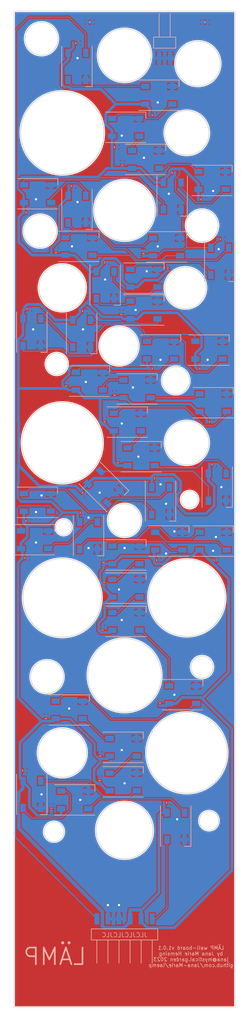
<source format=kicad_pcb>
(kicad_pcb (version 20211014) (generator pcbnew)
  (layers (0 "F.Cu" signal) (31 "B.Cu" signal) (34 "B.Paste" user) (35 "F.Paste" user) (36 "B.SilkS" user "B.Silkscreen") (37 "F.SilkS" user "F.Silkscreen") (38 "B.Mask" user) (39 "F.Mask" user) (44 "Edge.Cuts" user))
  (net 0 "")
  (net 1 "DOUT")
  (net 2 "GND")
  (net 3 "VBUS")
  (net 4 "DIN")
  (net 5 "Net-(D1-Pad4)")
  (net 6 "Net-(D2-Pad4)")
  (net 7 "Net-(D3-Pad4)")
  (net 8 "Net-(D23-Pad4)")
  (net 9 "Net-(D4-Pad4)")
  (net 10 "Net-(D5-Pad4)")
  (net 11 "Net-(D6-Pad4)")
  (net 12 "Net-(D10-Pad2)")
  (net 13 "Net-(D10-Pad4)")
  (net 14 "Net-(D11-Pad4)")
  (net 15 "Net-(D12-Pad4)")
  (net 16 "Net-(D13-Pad4)")
  (net 17 "Net-(D14-Pad4)")
  (net 18 "Net-(D15-Pad4)")
  (net 19 "Net-(D16-Pad4)")
  (net 20 "Net-(D17-Pad4)")
  (net 21 "Net-(D18-Pad4)")
  (net 22 "Net-(D19-Pad4)")
  (net 23 "Net-(D20-Pad4)")
  (net 24 "Net-(D21-Pad4)")
  (net 25 "Net-(D24-Pad4)")
  (net 26 "Net-(D7-Pad4)")
  (net 27 "Net-(D8-Pad4)")
  (net 28 "Net-(D22-Pad4)")
  (net 29 "Net-(D25-Pad4)")
  (net 30 "Net-(D26-Pad4)")
  (net 31 "Net-(D27-Pad4)")
  (net 32 "Net-(D28-Pad4)")
  (net 33 "Net-(D29-Pad4)")
  (net 34 "Net-(D30-Pad4)")
  (net 35 "Net-(D31-Pad4)")
  (net 36 "Net-(D32-Pad4)")
  (net 37 "Net-(D33-Pad4)")
  (net 38 "Net-(D34-Pad4)")
  (net 39 "Net-(D35-Pad4)")
  (net 40 "Net-(D36-Pad4)")
  (net 41 "Net-(D37-Pad4)")
  (net 42 "Net-(D38-Pad4)")
  (net 43 "Net-(D39-Pad4)")
  (net 44 "Net-(D40-Pad4)")
  (footprint "otter:conn_01x06_smd_2mm" (layer "B.Cu") (at 120 185 180)
    (fp_text reference "J1" hide)
    (fp_text value "CON")
  )
  (footprint "otter:C_0402" (layer "B.Cu") (at 111.2 25.8)
    (fp_text reference "C1" hide)
    (fp_text value "100n" hide)
  )
  (footprint "otter:C_0402" (layer "B.Cu") (at 116.2 119.6 90)
    (fp_text reference "C2" hide)
    (fp_text value "100n" hide)
  )
  (footprint "otter:C_0402" (layer "B.Cu") (at 118.8 101.6 90)
    (fp_text reference "C3" hide)
    (fp_text value "100n" hide)
  )
  (footprint "otter:C_0402" (layer "B.Cu") (at 112.4 107 -45)
    (fp_text reference "C4" hide)
    (fp_text value "100n" hide)
  )
  (footprint "otter:C_0402" (layer "B.Cu") (at 112 110.6)
    (fp_text reference "C5" hide)
    (fp_text value "100n" hide)
  )
  (footprint "otter:C_0402" (layer "B.Cu") (at 125.4 104.4)
    (fp_text reference "C6" hide)
    (fp_text value "100n" hide)
  )
  (footprint "otter:C_0402" (layer "B.Cu") (at 102 118.8)
    (fp_text reference "C7" hide)
    (fp_text value "100n" hide)
  )
  (footprint "otter:C_0402" (layer "B.Cu") (at 133.6 84.6)
    (fp_text reference "C8" hide)
    (fp_text value "100n" hide)
  )
  (footprint "otter:C_0402" (layer "B.Cu") (at 102.2 112.1)
    (fp_text reference "C9" hide)
    (fp_text value "100n" hide)
  )
  (footprint "otter:C_0402" (layer "B.Cu") (at 125 84.6)
    (fp_text reference "C10" hide)
    (fp_text value "100n" hide)
  )
  (footprint "otter:C_0402" (layer "B.Cu") (at 137.3 61.2)
    (fp_text reference "C11" hide)
    (fp_text value "100n" hide)
  )
  (footprint "otter:C_0402" (layer "B.Cu") (at 119.4 74.8 90)
    (fp_text reference "C12" hide)
    (fp_text value "100n" hide)
  )
  (footprint "otter:C_0402" (layer "B.Cu") (at 135.8 101.9)
    (fp_text reference "C13" hide)
    (fp_text value "100n" hide)
  )
  (footprint "otter:C_0402" (layer "B.Cu") (at 127.8 66.4 90)
    (fp_text reference "C14" hide)
    (fp_text value "100n" hide)
  )
  (footprint "otter:C_0402" (layer "B.Cu") (at 118.2 44.6)
    (fp_text reference "C15" hide)
    (fp_text value "100n" hide)
  )
  (footprint "otter:C_0402" (layer "B.Cu") (at 119.6 47.8 90)
    (fp_text reference "C16" hide)
    (fp_text value "100n" hide)
  )
  (footprint "otter:C_0402" (layer "B.Cu") (at 125 38.8)
    (fp_text reference "C17" hide)
    (fp_text value "100n" hide)
  )
  (footprint "otter:C_0402" (layer "B.Cu") (at 102.2 56.4)
    (fp_text reference "C18" hide)
    (fp_text value "100n" hide)
  )
  (footprint "otter:C_0402" (layer "B.Cu") (at 133.8 54)
    (fp_text reference "C19" hide)
    (fp_text value "100n" hide)
  )
  (footprint "otter:C_0402" (layer "B.Cu") (at 128.6 49.2)
    (fp_text reference "C20" hide)
    (fp_text value "100n" hide)
  )
  (footprint "otter:C_0402" (layer "B.Cu") (at 110.4 51.6)
    (fp_text reference "C21" hide)
    (fp_text value "100n" hide)
  )
  (footprint "otter:C_0402" (layer "B.Cu") (at 107.6 63.6 90)
    (fp_text reference "C22" hide)
    (fp_text value "100n" hide)
  )
  (footprint "otter:C_0402" (layer "B.Cu") (at 116.4 65.4)
    (fp_text reference "C23" hide)
    (fp_text value "100n" hide)
  )
  (footprint "otter:C_0402" (layer "B.Cu") (at 123.4 63.8 90)
    (fp_text reference "C24" hide)
    (fp_text value "100n" hide)
  )
  (footprint "LED_SMD:LED_SK6812_PLCC4_5.0x5.0mm_P3.2mm" (layer "B.Cu") (at 129.25 167.25 -90)
    (fp_text reference "D1" hide)
    (fp_text value "SK6812")
  )
  (footprint "LED_SMD:LED_SK6812_PLCC4_5.0x5.0mm_P3.2mm" (layer "B.Cu") (at 111 162.5)
    (fp_text reference "D2" hide)
    (fp_text value "SK6812")
  )
  (footprint "LED_SMD:LED_SK6812_PLCC4_5.0x5.0mm_P3.2mm" (layer "B.Cu") (at 119.75 159.25)
    (fp_text reference "D3" hide)
    (fp_text value "SK6812")
  )
  (footprint "LED_SMD:LED_SK6812_PLCC4_5.0x5.0mm_P3.2mm" (layer "B.Cu") (at 119.75 153)
    (fp_text reference "D4" hide)
    (fp_text value "SK6812")
  )
  (footprint "LED_SMD:LED_SK6812_PLCC4_5.0x5.0mm_P3.2mm" (layer "B.Cu") (at 110 146.25)
    (fp_text reference "D5" hide)
    (fp_text value "SK6812")
  )
  (footprint "LED_SMD:LED_SK6812_PLCC4_5.0x5.0mm_P3.2mm" (layer "B.Cu") (at 130.5 143.5)
    (fp_text reference "D6" hide)
    (fp_text value "SK6812")
  )
  (footprint "LED_SMD:LED_SK6812_PLCC4_5.0x5.0mm_P3.2mm" (layer "B.Cu") (at 120.25 130.25)
    (fp_text reference "D7" hide)
    (fp_text value "SK6812")
  )
  (footprint "LED_SMD:LED_SK6812_PLCC4_5.0x5.0mm_P3.2mm" (layer "B.Cu") (at 120.25 124.25)
    (fp_text reference "D8" hide)
    (fp_text value "SK6812")
  )
  (footprint "LED_SMD:LED_SK6812_PLCC4_5.0x5.0mm_P3.2mm" (layer "B.Cu") (at 120.25 118.25)
    (fp_text reference "D9" hide)
    (fp_text value "SK6812")
  )
  (footprint "LED_SMD:LED_SK6812_PLCC4_5.0x5.0mm_P3.2mm" (layer "B.Cu") (at 128 115.75)
    (fp_text reference "D10" hide)
    (fp_text value "SK6812")
  )
  (footprint "LED_SMD:LED_SK6812_PLCC4_5.0x5.0mm_P3.2mm" (layer "B.Cu") (at 136 115.75)
    (fp_text reference "D11" hide)
    (fp_text value "SK6812")
  )
  (footprint "LED_SMD:LED_SK6812_PLCC4_5.0x5.0mm_P3.2mm" (layer "B.Cu") (at 113.5 114.75 -90)
    (fp_text reference "D12" hide)
    (fp_text value "SK6812")
  )
  (footprint "LED_SMD:LED_SK6812_PLCC4_5.0x5.0mm_P3.2mm" (layer "B.Cu") (at 103.75 115.5)
    (fp_text reference "D13" hide)
    (fp_text value "SK6812")
  )
  (footprint "LED_SMD:LED_SK6812_PLCC4_5.0x5.0mm_P3.2mm" (layer "B.Cu") (at 104.25 108.75)
    (fp_text reference "D14" hide)
    (fp_text value "SK6812")
  )
  (footprint "LED_SMD:LED_SK6812_PLCC4_5.0x5.0mm_P3.2mm" (layer "B.Cu") (at 126.5 108.5 -90)
    (fp_text reference "D15" hide)
    (fp_text value "SK6812")
  )
  (footprint "LED_SMD:LED_SK6812_PLCC4_5.0x5.0mm_P3.2mm" (layer "B.Cu") (at 116.25 106 -45)
    (fp_text reference "D16" hide)
    (fp_text value "SK6812")
  )
  (footprint "LED_SMD:LED_SK6812_PLCC4_5.0x5.0mm_P3.2mm" (layer "B.Cu") (at 136.75 106 -90)
    (fp_text reference "D17" hide)
    (fp_text value "SK6812")
  )
  (footprint "LED_SMD:LED_SK6812_PLCC4_5.0x5.0mm_P3.2mm" (layer "B.Cu") (at 123 100.5)
    (fp_text reference "D18" hide)
    (fp_text value "SK6812")
  )
  (footprint "LED_SMD:LED_SK6812_PLCC4_5.0x5.0mm_P3.2mm" (layer "B.Cu") (at 120.5 94.25)
    (fp_text reference "D19" hide)
    (fp_text value "SK6812")
  )
  (footprint "LED_SMD:LED_SK6812_PLCC4_5.0x5.0mm_P3.2mm" (layer "B.Cu") (at 136 90.75)
    (fp_text reference "D20" hide)
    (fp_text value "SK6812")
  )
  (footprint "LED_SMD:LED_SK6812_PLCC4_5.0x5.0mm_P3.2mm" (layer "B.Cu") (at 122.25 88.25)
    (fp_text reference "D21" hide)
    (fp_text value "SK6812")
  )
  (footprint "LED_SMD:LED_SK6812_PLCC4_5.0x5.0mm_P3.2mm" (layer "B.Cu") (at 113.65 86.85)
    (fp_text reference "D22" hide)
    (fp_text value "SK6812")
  )
  (footprint "LED_SMD:LED_SK6812_PLCC4_5.0x5.0mm_P3.2mm" (layer "B.Cu") (at 126.5 81.25)
    (fp_text reference "D23" hide)
    (fp_text value "SK6812")
  )
  (footprint "LED_SMD:LED_SK6812_PLCC4_5.0x5.0mm_P3.2mm" (layer "B.Cu") (at 135.25 81.25)
    (fp_text reference "D24" hide)
    (fp_text value "SK6812")
  )
  (footprint "otter:C_0402" (layer "B.Cu") (at 101.6 157.2)
    (fp_text reference "C25" hide)
    (fp_text value "100n" hide)
  )
  (footprint "otter:C_0402" (layer "B.Cu") (at 127.6 163)
    (fp_text reference "C26" hide)
    (fp_text value "100n" hide)
  )
  (footprint "otter:C_0402" (layer "B.Cu") (at 135.33 94.2)
    (fp_text reference "C27" hide)
    (fp_text value "100n" hide)
  )
  (footprint "otter:C_0402" (layer "B.Cu") (at 136.2 119.2)
    (fp_text reference "C28" hide)
    (fp_text value "100n" hide)
  )
  (footprint "otter:C_0402" (layer "B.Cu") (at 112.4 74.2)
    (fp_text reference "C29" hide)
    (fp_text value "100n" hide)
  )
  (footprint "otter:C_0402" (layer "B.Cu") (at 118.2 89.4 90)
    (fp_text reference "C30" hide)
    (fp_text value "100n" hide)
  )
  (footprint "otter:C_0402" (layer "B.Cu") (at 125.8 119.2)
    (fp_text reference "C31" hide)
    (fp_text value "100n" hide)
  )
  (footprint "otter:C_0402" (layer "B.Cu") (at 106.8 164 90)
    (fp_text reference "C32" hide)
    (fp_text value "100n" hide)
  )
  (footprint "otter:C_0402" (layer "B.Cu") (at 102.4 73.8)
    (fp_text reference "C33" hide)
    (fp_text value "100n" hide)
  )
  (footprint "otter:C_0402" (layer "B.Cu") (at 109.5 87.7 90)
    (fp_text reference "C34" hide)
    (fp_text value "100n" hide)
  )
  (footprint "otter:C_0402" (layer "B.Cu") (at 116.4 94.2 90)
    (fp_text reference "C35" hide)
    (fp_text value "100n" hide)
  )
  (footprint "otter:C_0402" (layer "B.Cu") (at 115.6 154.6 90)
    (fp_text reference "C36" hide)
    (fp_text value "100n" hide)
  )
  (footprint "otter:C_0402" (layer "B.Cu") (at 115.5 159 90)
    (fp_text reference "C37" hide)
    (fp_text value "100n" hide)
  )
  (footprint "otter:C_0402" (layer "B.Cu") (at 126.4 145 90)
    (fp_text reference "C38" hide)
    (fp_text value "100n" hide)
  )
  (footprint "otter:C_0402" (layer "B.Cu") (at 105.8 147.8 90)
    (fp_text reference "C39" hide)
    (fp_text value "100n" hide)
  )
  (footprint "otter:C_0402" (layer "B.Cu") (at 116 131.8 90)
    (fp_text reference "C40" hide)
    (fp_text value "100n" hide)
  )
  (footprint "otter:C_0402" (layer "B.Cu") (at 116.3 123.2 90)
    (fp_text reference "C41" hide)
    (fp_text value "100n" hide)
  )
  (footprint "LED_SMD:LED_SK6812_PLCC4_5.0x5.0mm_P3.2mm" (layer "B.Cu") (at 103.25 161.5 -90)
    (fp_text reference "D25" hide)
    (fp_text value "SK6812")
  )
  (footprint "LED_SMD:LED_SK6812_PLCC4_5.0x5.0mm_P3.2mm" (layer "B.Cu") (at 103.25 78 -90)
    (fp_text reference "D26" hide)
    (fp_text value "SK6812")
  )
  (footprint "LED_SMD:LED_SK6812_PLCC4_5.0x5.0mm_P3.2mm" (layer "B.Cu") (at 112.25 78.25 -90)
    (fp_text reference "D27" hide)
    (fp_text value "SK6812")
  )
  (footprint "LED_SMD:LED_SK6812_PLCC4_5.0x5.0mm_P3.2mm" (layer "B.Cu") (at 123.5 74)
    (fp_text reference "D28" hide)
    (fp_text value "SK6812")
  )
  (footprint "LED_SMD:LED_SK6812_PLCC4_5.0x5.0mm_P3.2mm" (layer "B.Cu") (at 116.5 69.5 -90)
    (fp_text reference "D29" hide)
    (fp_text value "SK6812")
  )
  (footprint "LED_SMD:LED_SK6812_PLCC4_5.0x5.0mm_P3.2mm" (layer "B.Cu") (at 123.5 68.25)
    (fp_text reference "D30" hide)
    (fp_text value "SK6812")
  )
  (footprint "LED_SMD:LED_SK6812_PLCC4_5.0x5.0mm_P3.2mm" (layer "B.Cu") (at 137.2 65.2 -90)
    (fp_text reference "D31" hide)
    (fp_text value "SK6812")
  )
  (footprint "LED_SMD:LED_SK6812_PLCC4_5.0x5.0mm_P3.2mm" (layer "B.Cu") (at 127.6 62.6)
    (fp_text reference "D33" hide)
    (fp_text value "SK6812")
  )
  (footprint "LED_SMD:LED_SK6812_PLCC4_5.0x5.0mm_P3.2mm" (layer "B.Cu") (at 111.4 55.8 -90)
    (fp_text reference "D34" hide)
    (fp_text value "SK6812")
  )
  (footprint "LED_SMD:LED_SK6812_PLCC4_5.0x5.0mm_P3.2mm" (layer "B.Cu") (at 104.3 53)
    (fp_text reference "D35" hide)
    (fp_text value "SK6812")
  )
  (footprint "LED_SMD:LED_SK6812_PLCC4_5.0x5.0mm_P3.2mm" (layer "B.Cu") (at 128.6 53.4 -90)
    (fp_text reference "D36" hide)
    (fp_text value "SK6812")
  )
  (footprint "LED_SMD:LED_SK6812_PLCC4_5.0x5.0mm_P3.2mm" (layer "B.Cu") (at 135.8 50.6)
    (fp_text reference "D37" hide)
    (fp_text value "SK6812")
  )
  (footprint "LED_SMD:LED_SK6812_PLCC4_5.0x5.0mm_P3.2mm" (layer "B.Cu") (at 123.8 46.8)
    (fp_text reference "D38" hide)
    (fp_text value "SK6812")
  )
  (footprint "LED_SMD:LED_SK6812_PLCC4_5.0x5.0mm_P3.2mm" (layer "B.Cu") (at 120.2 41)
    (fp_text reference "D39" hide)
    (fp_text value "SK6812")
  )
  (footprint "LED_SMD:LED_SK6812_PLCC4_5.0x5.0mm_P3.2mm" (layer "B.Cu") (at 126.2 35.2)
    (fp_text reference "D40" hide)
    (fp_text value "SK6812")
  )
  (footprint "LED_SMD:LED_SK6812_PLCC4_5.0x5.0mm_P3.2mm" (layer "B.Cu") (at 111.4 30 -90)
    (fp_text reference "D41" hide)
    (fp_text value "SK6812")
  )
  (footprint "LED_SMD:LED_SK6812_PLCC4_5.0x5.0mm_P3.2mm" (layer "B.Cu") (at 111.75 62.5)
    (fp_text reference "D32" hide)
    (fp_text value "SK6812")
  )
  (footprint "otter:C_0402" (layer "B.Cu") (at 134.5 22)
    (fp_text reference "C42" hide)
    (fp_text value "100n" hide)
  )
  (footprint "otter:C_0402" (layer "B.Cu") (at 113.72 22)
    (fp_text reference "C43" hide)
    (fp_text value "100n" hide)
  )
  (footprint "otter:conn_01x02_smd_2mm" (layer "B.Cu") (at 127.25 27.5)
    (fp_text reference "J2" hide)
    (fp_text value "Conn_01x02")
  )
  (gr_circle (center 135.25 166.25) (end 137 166.5) (layer "Edge.Cuts") (width 0.15) (fill none))
  (gr_circle (center 133.25 29.5) (end 137.25 30.25) (layer "Edge.Cuts") (width 0.15) (fill none))
  (gr_circle (center 131.25 154) (end 138.568641 154) (layer "Edge.Cuts") (width 0.15) (fill none))
  (gr_circle (center 120 112) (end 123 112) (layer "Edge.Cuts") (width 0.15) (fill none))
  (gr_circle (center 119 80.5) (end 122.535534 80.5) (layer "Edge.Cuts") (width 0.15) (fill none))
  (gr_circle (center 131.75 108.25) (end 133.25 108.75) (layer "Edge.Cuts") (width 0.15) (fill none))
  (gr_circle (center 106 140.25) (end 109 140.25) (layer "Edge.Cuts") (width 0.15) (fill none))
  (gr_circle (center 131.25 98) (end 135.25 98) (layer "Edge.Cuts") (width 0.15) (fill none))
  (gr_circle (center 134 138.5) (end 136 138.75) (layer "Edge.Cuts") (width 0.15) (fill none))
  (gr_line (start 140 20) (end 100 19.999999) (layer "Edge.Cuts") (width 0.1))
  (gr_circle (center 108.75 98) (end 116.068641 98) (layer "Edge.Cuts") (width 0.15) (fill none))
  (gr_circle (center 107.75 83.75) (end 109.75 83.75) (layer "Edge.Cuts") (width 0.15) (fill none))
  (gr_circle (center 120 168) (end 125.153882 168) (layer "Edge.Cuts") (width 0.15) (fill none))
  (gr_line (start 100 200) (end 140 200) (layer "Edge.Cuts") (width 0.1))
  (gr_circle (center 108.75 70) (end 113.007347 70) (layer "Edge.Cuts") (width 0.15) (fill none))
  (gr_circle (center 108.75 126) (end 115.860731 126) (layer "Edge.Cuts") (width 0.15) (fill none))
  (gr_circle (center 120 56) (end 125.505679 56) (layer "Edge.Cuts") (width 0.15) (fill none))
  (gr_circle (center 107.25 168.25) (end 109 167.75) (layer "Edge.Cuts") (width 0.15) (fill none))
  (gr_circle (center 108.75 154) (end 113.180011 154) (layer "Edge.Cuts") (width 0.15) (fill none))
  (gr_circle (center 104.75 59.75) (end 107.75 59.75) (layer "Edge.Cuts") (width 0.15) (fill none))
  (gr_circle (center 120 28) (end 124.828302 28) (layer "Edge.Cuts") (width 0.15) (fill none))
  (gr_circle (center 109 113.25) (end 110.25 114) (layer "Edge.Cuts") (width 0.15) (fill none))
  (gr_circle (center 129.25 86.75) (end 131.75 86.75) (layer "Edge.Cuts") (width 0.15) (fill none))
  (gr_line (start 100 19.999999) (end 100 200) (layer "Edge.Cuts") (width 0.1))
  (gr_circle (center 131 70) (end 134.758324 70) (layer "Edge.Cuts") (width 0.15) (fill none))
  (gr_circle (center 131.25 126) (end 138.223163 126) (layer "Edge.Cuts") (width 0.15) (fill none))
  (gr_circle (center 105 25) (end 108 25) (layer "Edge.Cuts") (width 0.15) (fill none))
  (gr_circle (center 108.75 42) (end 116.287407 42) (layer "Edge.Cuts") (width 0.15) (fill none))
  (gr_line (start 140 200) (end 140 20) (layer "Edge.Cuts") (width 0.1))
  (gr_circle (center 120 140) (end 126.670832 140) (layer "Edge.Cuts") (width 0.15) (fill none))
  (gr_circle (center 131.25 42) (end 135.281129 42) (layer "Edge.Cuts") (width 0.15) (fill none))
  (gr_circle (center 134 58.75) (end 136.75 59.75) (layer "Edge.Cuts") (width 0.15) (fill none))
  (gr_text "JLCJLCJLCJLC" (at 120 186.9) (layer "B.SilkS") (effects (font (size 0.8 0.8) (thickness 0.1)) (justify mirror)))
  (gr_text "LÄMP wall-board v1.0.1\nby Jana Marie Hemsing\njana@mystical.garden 2023\ngithub.com/Jana-Marie/laemp" (at 132 190.8) (layer "B.SilkS") (effects (font (size 0.65 0.65) (thickness 0.1)) (justify mirror)))
  (gr_text "LÄMP" (at 107.4 190.8) (layer "B.SilkS") (effects (font (size 3 3) (thickness 0.3)) (justify mirror)))
  (segment (start 100.281389 164.908707) (end 100.281389 169.266389) (width 0.2) (layer "B.Cu") (net 1))
  (segment (start 113 24.1) (end 110 21.1) (width 0.2) (layer "B.Cu") (net 1))
  (segment (start 113 27.55) (end 113 24.1) (width 0.2) (layer "B.Cu") (net 1))
  (segment (start 100.27701 79.219793) (end 100.27701 164.904328) (width 0.2) (layer "B.Cu") (net 1))
  (segment (start 100.3 79.196803) (end 100.27701 79.219793) (width 0.2) (layer "B.Cu") (net 1))
  (segment (start 100.27701 164.904328) (end 100.281389 164.908707) (width 0.2) (layer "B.Cu") (net 1))
  (segment (start 100.3 23.5) (end 100.3 79.196803) (width 0.2) (layer "B.Cu") (net 1))
  (segment (start 102.7 21.1) (end 100.3 23.5) (width 0.2) (layer "B.Cu") (net 1))
  (segment (start 100.281389 169.266389) (end 115 183.985) (width 0.2) (layer "B.Cu") (net 1))
  (segment (start 110 21.1) (end 102.7 21.1) (width 0.2) (layer "B.Cu") (net 1))
  (via (at 112.5 77.5) (size 0.8) (drill 0.4) (layers "F.Cu" "B.Cu") (net 2))
  (via (at 119 124.5) (size 0.8) (drill 0.4) (layers "F.Cu" "B.Cu") (net 2))
  (via (at 115.5 107) (size 0.8) (drill 0.4) (layers "F.Cu" "B.Cu") (net 2))
  (via (at 122 74) (size 0.8) (drill 0.4) (layers "F.Cu" "B.Cu") (net 2))
  (via (at 119.5 94.5) (size 0.8) (drill 0.4) (layers "F.Cu" "B.Cu") (net 2))
  (via (at 119.5 130) (size 0.8) (drill 0.4) (layers "F.Cu" "B.Cu") (net 2))
  (via (at 126.5 105.5) (size 0.8) (drill 0.4) (layers "F.Cu" "B.Cu") (net 2))
  (via (at 136 117.5) (size 0.8) (drill 0.4) (layers "F.Cu" "B.Cu") (net 2))
  (via (at 110.5 62.5) (size 0.8) (drill 0.4) (layers "F.Cu" "B.Cu") (net 2))
  (via (at 120 117) (size 0.8) (drill 0.4) (layers "F.Cu" "B.Cu") (net 2))
  (via (at 116.5 68.5) (size 0.8) (drill 0.4) (layers "F.Cu" "B.Cu") (net 2))
  (via (at 127.5 118) (size 0.8) (drill 0.4) (layers "F.Cu" "B.Cu") (net 2))
  (via (at 124 67) (size 0.8) (drill 0.4) (layers "F.Cu" "B.Cu") (net 2))
  (via (at 128 53) (size 0.8) (drill 0.4) (layers "F.Cu" "B.Cu") (net 2))
  (via (at 127.5 109) (size 0.8) (drill 0.4) (layers "F.Cu" "B.Cu") (net 2))
  (via (at 105 107.5) (size 0.8) (drill 0.4) (layers "F.Cu" "B.Cu") (net 2))
  (via (at 121.5 88) (size 0.8) (drill 0.4) (layers "F.Cu" "B.Cu") (net 2))
  (via (at 104 116) (size 0.8) (drill 0.4) (layers "F.Cu" "B.Cu") (net 2))
  (via (at 120 159.5) (size 0.8) (drill 0.4) (layers "F.Cu" "B.Cu") (net 2))
  (via (at 110 146) (size 0.8) (drill 0.4) (layers "F.Cu" "B.Cu") (net 2))
  (via (at 111.5 28.5) (size 0.8) (drill 0.4) (layers "F.Cu" "B.Cu") (net 2))
  (via (at 113.5 111.5) (size 0.8) (drill 0.4) (layers "F.Cu" "B.Cu") (net 2))
  (via (at 129 143.5) (size 0.8) (drill 0.4) (layers "F.Cu" "B.Cu") (net 2))
  (via (at 129.5 166) (size 0.8) (drill 0.4) (layers "F.Cu" "B.Cu") (net 2))
  (via (at 112 162.5) (size 0.8) (drill 0.4) (layers "F.Cu" "B.Cu") (net 2))
  (via (at 126 62.5) (size 0.8) (drill 0.4) (layers "F.Cu" "B.Cu") (net 2))
  (via (at 104 110.5) (size 0.8) (drill 0.4) (layers "F.Cu" "B.Cu") (net 2))
  (via (at 135 83) (size 0.8) (drill 0.4) (layers "F.Cu" "B.Cu") (net 2))
  (via (at 137.5 106) (size 0.8) (drill 0.4) (layers "F.Cu" "B.Cu") (net 2))
  (via (at 113.5 117) (size 0.8) (drill 0.4) (layers "F.Cu" "B.Cu") (net 2))
  (via (at 119 181.5) (size 0.8) (drill 0.4) (layers "F.Cu" "B.Cu") (net 2))
  (via (at 129 114) (size 0.8) (drill 0.4) (layers "F.Cu" "B.Cu") (net 2))
  (via (at 119.5 42.5) (size 0.8) (drill 0.4) (layers "F.Cu" "B.Cu") (net 2))
  (via (at 122.5 100.5) (size 0.8) (drill 0.4) (layers "F.Cu" "B.Cu") (net 2))
  (via (at 113 87) (size 0.8) (drill 0.4) (layers "F.Cu" "B.Cu") (net 2))
  (via (at 103.5 77.5) (size 0.8) (drill 0.4) (layers "F.Cu" "B.Cu") (net 2))
  (via (at 105 161.5) (size 0.8) (drill 0.4) (layers "F.Cu" "B.Cu") (net 2))
  (via (at 119.5 153.5) (size 0.8) (drill 0.4) (layers "F.Cu" "B.Cu") (net 2))
  (via (at 136.5 115) (size 0.8) (drill 0.4) (layers "F.Cu" "B.Cu") (net 2))
  (via (at 136 52.5) (size 0.8) (drill 0.4) (layers "F.Cu" "B.Cu") (net 2))
  (via (at 117 181.5) (size 0.8) (drill 0.4) (layers "F.Cu" "B.Cu") (net 2))
  (via (at 126.5 83) (size 0.8) (drill 0.4) (layers "F.Cu" "B.Cu") (net 2))
  (via (at 126 36.5) (size 0.8) (drill 0.4) (layers "F.Cu" "B.Cu") (net 2))
  (via (at 104 54) (size 0.8) (drill 0.4) (layers "F.Cu" "B.Cu") (net 2))
  (via (at 123.5 46.5) (size 0.8) (drill 0.4) (layers "F.Cu" "B.Cu") (net 2))
  (via (at 111.5 54.5) (size 0.8) (drill 0.4) (layers "F.Cu" "B.Cu") (net 2))
  (via (at 137 63) (size 0.8) (drill 0.4) (layers "F.Cu" "B.Cu") (net 2))
  (segment (start 139.7 61.991398) (end 139.7 66.5) (width 0.2) (layer "B.Cu") (net 2))
  (segment (start 139.7 66.5) (end 138.8 67.4) (width 0.2) (layer "B.Cu") (net 2))
  (segment (start 129.07 49.2) (end 129.07 49.817514) (width 0.4) (layer "B.Cu") (net 2))
  (segment (start 128 50.887514) (end 128 52.434315) (width 0.4) (layer "B.Cu") (net 2))
  (segment (start 138.908602 61.2) (end 139.7 61.991398) (width 0.2) (layer "B.Cu") (net 2))
  (segment (start 137.77 61.2) (end 138.908602 61.2) (width 0.2) (layer "B.Cu") (net 2))
  (segment (start 138.8 67.4) (end 138.8 67.65) (width 0.2) (layer "B.Cu") (net 2))
  (segment (start 128 52.434315) (end 128 53) (width 0.4) (layer "B.Cu") (net 2))
  (segment (start 129.07 49.817514) (end 128 50.887514) (width 0.4) (layer "B.Cu") (net 2))
  (segment (start 115.6 121.32) (end 116.2 120.72) (width 0.4) (layer "B.Cu") (net 3))
  (segment (start 114.6 154.3) (end 114.6 152.3) (width 0.4) (layer "B.Cu") (net 3))
  (segment (start 100.8 81.528602) (end 100.772999 81.501601) (width 0.5) (layer "B.Cu") (net 3))
  (segment (start 101.53 118.8) (end 101.53 117.33) (width 0.5) (layer "B.Cu") (net 3))
  (segment (start 130.65 48.5) (end 133.35 51.2) (width 0.5) (layer "B.Cu") (net 3))
  (segment (start 101.65 160.4) (end 100.9 161.15) (width 0.6) (layer "B.Cu") (net 3))
  (segment (start 121.05 75.6) (end 119.73 75.6) (width 0.5) (layer "B.Cu") (net 3))
  (segment (start 100.8 105.174594) (end 100.8 102) (width 0.5) (layer "B.Cu") (net 3))
  (segment (start 100.8 88.17) (end 108.7 88.17) (width 0.5) (layer "B.Cu") (net 3))
  (segment (start 135.73 119.2) (end 135.4 119.2) (width 0.5) (layer "B.Cu") (net 3))
  (segment (start 129.578602 74.5) (end 132.689301 77.610699) (width 0.5) (layer "B.Cu") (net 3))
  (segment (start 114.6 152.3) (end 110.15 147.85) (width 0.4) (layer "B.Cu") (net 3))
  (segment (start 115.5 89.9) (end 115.6 90) (width 0.5) (layer "B.Cu") (net 3))
  (segment (start 129.519841 107.280159) (end 130.1 106.7) (width 0.5) (layer "B.Cu") (net 3))
  (segment (start 107.6 64.07) (end 106.77 64.07) (width 0.5) (layer "B.Cu") (net 3))
  (segment (start 112.06766 106.66766) (end 112.117517 106.66766) (width 0.5) (layer "B.Cu") (net 3))
  (segment (start 102.441398 73) (end 104.7 73) (width 0.5) (layer "B.Cu") (net 3))
  (segment (start 101.3 117.1) (end 101.3 116.1) (width 0.5) (layer "B.Cu") (net 3))
  (segment (start 118.05 101.55) (end 118.05 95.85) (width 0.5) (layer "B.Cu") (net 3))
  (segment (start 101.7 56.4) (end 101.73 56.4) (width 0.5) (layer "B.Cu") (net 3))
  (segment (start 101.13 157.2) (end 101.13 158.53) (width 0.5) (layer "B.Cu") (net 3))
  (segment (start 100.877009 101.922991) (end 100.877009 94.202415) (width 0.5) (layer "B.Cu") (net 3))
  (segment (start 114.5 156.92) (end 115.6 155.82) (width 0.5) (layer "B.Cu") (net 3))
  (segment (start 134.86 94.2) (end 134.86 93.66) (width 0.4) (layer "B.Cu") (net 3))
  (segment (start 125.45 50.95) (end 127 50.95) (width 0.5) (layer "B.Cu") (net 3))
  (segment (start 111.2 88.45) (end 109.78 88.45) (width 0.4) (layer "B.Cu") (net 3))
  (segment (start 100.772999 81.501601) (end 100.772999 79.398399) (width 0.5) (layer "B.Cu") (net 3))
  (segment (start 118.05 119.85) (end 117.8 119.85) (width 0.5) (layer "B.Cu") (net 3))
  (segment (start 127.13 164.28) (end 127.65 164.8) (width 0.5) (layer "B.Cu") (net 3))
  (segment (start 107.5 75.8) (end 110.65 75.8) (width 0.5) (layer "B.Cu") (net 3))
  (segment (start 116.3 123.7) (end 116.3 124.35) (width 0.5) (layer "B.Cu") (net 3))
  (segment (start 135.33 103.37) (end 135.15 103.55) (width 0.5) (layer "B.Cu") (net 3))
  (segment (start 130.1 104.9) (end 128.922999 103.722999) (width 0.5) (layer "B.Cu") (net 3))
  (segment (start 108.8 87.6) (end 109.37 88.17) (width 0.4) (layer "B.Cu") (net 3))
  (segment (start 135.6 62.6) (end 135.6 62.75) (width 0.2) (layer "B.Cu") (net 3))
  (segment (start 128.13 49.2) (end 128.13 49.37) (width 0.5) (layer "B.Cu") (net 3))
  (segment (start 115.206532 49.993468) (end 116.8 48.4) (width 0.5) (layer "B.Cu") (net 3))
  (segment (start 133.33 54) (end 133.33 52.22) (width 0.5) (layer "B.Cu") (net 3))
  (segment (start 131.038383 60.038384) (end 131.2 60.376519) (width 0.2) (layer "B.Cu") (net 3))
  (segment (start 116.6 38.621398) (end 118.421398 36.8) (width 0.5) (layer "B.Cu") (net 3))
  (segment (start 116 182.7) (end 116 185.3) (width 0.6) (layer "B.Cu") (net 3))
  (segment (start 118.05 95.85) (end 117.58 95.85) (width 0.5) (layer "B.Cu") (net 3))
  (segment (start 100.9 57.2) (end 101.7 56.4) (width 0.5) (layer "B.Cu") (net 3))
  (segment (start 124.93 104.4) (end 124.93 106.02) (width 0.5) (layer "B.Cu") (net 3))
  (segment (start 106.77 64.07) (end 106.77 62.821398) (width 0.4) (layer "B.Cu") (net 3))
  (segment (start 119.6 65.9) (end 119.6 68.65) (width 0.5) (layer "B.Cu") (net 3))
  (segment (start 135.6 63) (end 135.6 62.85) (width 0.5) (layer "B.Cu") (net 3))
  (segment (start 134.86 93.66) (end 133.55 92.35) (width 0.4) (layer "B.Cu") (net 3))
  (segment (start 101.93 73.8) (end 101.93 73.511398) (width 0.5) (layer "B.Cu") (net 3))
  (segment (start 112.06766 106.66766) (end 111.2 105.8) (width 0.5) (layer "B.Cu") (net 3))
  (segment (start 110.487335 34.087335) (end 110.1 33.7) (width 0.5) (layer "B.Cu") (net 3))
  (segment (start 136.83 61.2) (end 136.83 61.37) (width 0.2) (layer "B.Cu") (net 3))
  (segment (start 127.75 66.87) (end 126.02 68.6) (width 0.5) (layer "B.Cu") (net 3))
  (segment (start 101.65 159.05) (end 101.65 160.4) (width 0.6) (layer "B.Cu") (net 3))
  (segment (start 111.2 105.8) (end 104.6 105.8) (width 0.5) (layer "B.Cu") (net 3))
  (segment (start 118.83 102.1) (end 118.8 102.07) (width 0.5) (layer "B.Cu") (net 3))
  (segment (start 115.97 75.27) (end 119.4 75.27) (width 0.5) (layer "B.Cu") (net 3))
  (segment (start 114.05 67.05) (end 114.9 67.05) (width 0.5) (layer "B.Cu") (net 3))
  (segment (start 123 182.47) (end 126.2 179.27) (width 0.5) (layer "B.Cu") (net 3))
  (segment (start 100.9 165.127001) (end 100.822999 165.05) (width 0.4) (layer "B.Cu") (net 3))
  (segment (start 133.55 117.35) (end 133.35 117.35) (width 0.5) (layer "B.Cu") (net 3))
  (segment (start 128.541398 48.5) (end 129.9 48.5) (width 0.5) (layer "B.Cu") (net 3))
  (segment (start 106.8 108.6) (end 101.321398 108.6) (width 0.5) (layer "B.Cu") (net 3))
  (segment (start 102.6254 112.9) (end 106.5 112.9) (width 0.5) (layer "B.Cu") (net 3))
  (segment (start 128.05 145.1) (end 127.68 145.47) (width 0.5) (layer "B.Cu") (net 3))
  (segment (start 111.9 112.05) (end 111.9 112.3) (width 0.5) (layer "B.Cu") (net 3))
  (segment (start 109.8 53.6) (end 109.8 53.35) (width 0.4) (layer "B.Cu") (net 3))
  (segment (start 106.77 64.07) (end 103.27 64.07) (width 0.5) (layer "B.Cu") (net 3))
  (segment (start 101.65 74.08) (end 101.93 73.8) (width 0.5) (layer "B.Cu") (net 3))
  (segment (start 108.8 110.6) (end 106.8 108.6) (width 0.5) (layer "B.Cu") (net 3))
  (segment (start 133.5 92.4) (end 133.3 92.4) (width 0.4) (layer "B.Cu") (net 3))
  (segment (start 127.8 66.87) (end 127.75 66.87) (width 0.5) (layer "B.Cu") (net 3))
  (segment (start 122.3 75.6) (end 123.4 74.5) (width 0.5) (layer "B.Cu") (net 3))
  (segment (start 117.8 131.85) (end 117.38 132.27) (width 0.5) (layer "B.Cu") (net 3))
  (segment (start 129.9 49.591398) (end 129.2 50.291398) (width 0.2) (layer "B.Cu") (net 3))
  (segment (start 123 184.5) (end 123 183.985) (width 0.5) (layer "B.Cu") (net 3))
  (segment (start 128.922999 103.722999) (end 125.318399 103.722999) (width 0.5) (layer "B.Cu") (net 3))
  (segment (start 102.8 160.4) (end 102.8 163.828602) (width 0.5) (layer "B.Cu") (net 3))
  (segment (start 127.022999 119.877001) (end 125.622999 119.877001) (width 0.5) (layer "B.Cu") (net 3))
  (segment (start 117.7 48.4) (end 121.35 48.4) (width 0.5) (layer "B.Cu") (net 3))
  (segment (start 109.93 51.6) (end 109.93 53.22) (width 0.5) (layer "B.Cu") (net 3))
  (segment (start 100.722999 105.251595) (end 100.8 105.174594) (width 0.4) (layer "B.Cu") (net 3))
  (segment (start 101.75 53.138602) (end 101.75 53.6) (width 0.4) (layer "B.Cu") (net 3))
  (segment (start 118.8 102.07) (end 118.57 102.07) (width 0.5) (layer "B.Cu") (net 3))
  (segment (start 115.6 94.158602) (end 116.111398 94.67) (width 0.5) (layer "B.Cu") (net 3))
  (segment (start 124.53 84.6) (end 117.9 84.6) (width 0.4) (layer "B.Cu") (net 3))
  (segment (start 101.65 76.8) (end 101.65 75.55) (width 0.5) (layer "B.Cu") (net 3))
  (segment (start 110 85.6) (end 108.8 86.8) (width 0.4) (layer "B.Cu") (net 3))
  (segment (start 115.93 65.111398) (end 116.341398 64.7) (width 0.5) (layer "B.Cu") (net 3))
  (segment (start 100.822999 165.05) (end 100.822999 162.85) (width 0.4) (layer "B.Cu") (net 3))
  (segment (start 114.9 67.05) (end 113.9 67.05) (width 0.5) (layer "B.Cu") (net 3))
  (segment (start 133.35 51.2) (end 133.35 52.2) (width 0.5) (layer "B.Cu") (net 3))
  (segment (start 101.6 159.2) (end 102.8 160.4) (width 0.5) (layer "B.Cu") (net 3))
  (segment (start 103.27 64.07) (end 100.9 61.7) (width 0.5) (layer "B.Cu") (net 3))
  (segment (start 117.75 42.6) (end 117.75 41.6) (width 0.5) (layer "B.Cu") (net 3))
  (segment (start 123.47 64.2) (end 123.4 64.27) (width 0.5) (layer "B.Cu") (net 3))
  (segment (start 107.63 64.1) (end 107.6 64.07) (width 0.5) (layer "B.Cu") (net 3))
  (segment (start 113.7 67.4) (end 114.05 67.05) (width 0.5) (layer "B.Cu") (net 3))
  (segment (start 111.93 74.2) (end 111.93 74.52) (width 0.5) (layer "B.Cu") (net 3))
  (segment (start 128.13 49.2) (end 128.13 48.911398) (width 0.5) (layer "B.Cu") (net 3))
  (segment (start 126.2 179.27) (end 126.2 165.25) (width 0.5) (layer "B.Cu") (net 3))
  (segment (start 123.55 68.6) (end 122.3 69.85) (width 0.5) (layer "B.Cu") (net 3))
  (segment (start 100.9 61.7) (end 100.9 57.2) (width 0.5) (layer "B.Cu") (net 3))
  (segment (start 108.7 33.278602) (end 108.7 29.9) (width 0.5) (layer "B.Cu") (net 3))
  (segment (start 119.8 89.85) (end 118.22 89.85) (width 0.5) (layer "B.Cu") (net 3))
  (segment (start 114.5 159) (end 114.5 156.92) (width 0.5) (layer "B.Cu") (net 3))
  (segment (start 116.2 120.72) (end 116.2 120.07) (width 0.4) (layer "B.Cu") (net 3))
  (segment (start 135.73 119.488602) (end 135.73 119.2) (width 0.5) (layer "B.Cu") (net 3))
  (segment (start 120.8 69.85) (end 121.05 69.85) (width 0.5) (layer "B.Cu") (net 3))
  (segment (start 123.4 74.5) (end 129.578602 74.5) (width 0.5) (layer "B.Cu") (net 3))
  (segment (start 124.05 82.85) (end 124.05 84.12) (width 0.4) (layer "B.Cu") (net 3))
  (segment (start 104.6 105.8) (end 100.8 102) (width 0.5) (layer "B.Cu") (net 3))
  (segment (start 124.53 37.58) (end 123.75 36.8) (width 0.5) (layer "B.Cu") (net 3))
  (segment (start 109.78 88.45) (end 109.5 88.17) (width 0.4) (layer "B.Cu") (net 3))
  (segment (start 130.513779 59.51378) (end 131.038383 60.038384) (width 0.2) (layer "B.Cu") (net 3))
  (segment (start 117.9 84.6) (end 117.402835 84.102835) (width 0.4) (layer "B.Cu") (net 3))
  (segment (start 111.53 110.6) (end 110.45 110.6) (width 0.5) (layer "B.Cu") (net 3))
  (segment (start 133.778602 144) (end 134.001601 144.222999) (width 0.5) (layer "B.Cu") (net 3))
  (segment (start 124.682999 118.502999) (end 119.397001 118.502999) (width 0.5) (layer "B.Cu") (net 3))
  (segment (start 101.13 156.4) (end 101.13 157.2) (width 0.5) (layer "B.Cu") (net 3))
  (segment (start 113.270699 72.570699) (end 113.7 72.141398) (width 0.5) (layer "B.Cu") (net 3))
  (segment (start 115.93 65.845) (end 114.9 66.875) (width 0.5) (layer "B.Cu") (net 3))
  (segment (start 116.341398 64.7) (end 118.4 64.7) (width 0.5) (layer "B.Cu") (net 3))
  (segment (start 110.55 64.1) (end 109.3 64.1) (width 0.5) (layer "B.Cu") (net 3))
  (segment (start 136.2 105.85) (end 136.2 109.328602) (width 0.5) (layer "B.Cu") (net 3))
  (segment (start 111.53 111.93) (end 111.9 112.3) (width 0.5) (layer "B.Cu") (net 3))
  (segment (start 101.65 159.15) (end 101.6 159.2) (width 0.5) (layer "B.Cu") (net 3))
  (segment (start 108.7 88.17) (end 109.5 88.17) (width 0.5) (layer "B.Cu") (net 3))
  (segment (start 116.4 129.5) (end 116.4 127) (width 0.5) (layer "B.Cu") (net 3))
  (segment (start 131.2 60.376519) (end 131.2 62.6) (width 0.2) (layer "B.Cu") (net 3))
  (segment (start 122.9 48.4) (end 125.45 50.95) (width 0.5) (layer "B.Cu") (net 3))
  (segment (start 132.689301 77.610699) (end 133.927001 78.848399) (width 0.5) (layer "B.Cu") (net 3))
  (segment (start 110 84.611398) (end 110 85.6) (width 0.4) (layer "B.Cu") (net 3))
  (segment (start 124.93 104.111398) (end 124.93 104.4) (width 0.5) (layer "B.Cu") (net 3))
  (segment (start 116.8 48.4) (end 117.7 48.4) (width 0.5) (layer "B.Cu") (net 3))
  (segment (start 115.6 155.82) (end 115.6 155.07) (width 0.5) (layer "B.Cu") (net 3))
  (segment (start 133.927001 78.848399) (end 133.927001 80.722999) (width 0.5) (layer "B.Cu") (net 3))
  (segment (start 108.35 165.3) (end 108.55 165.1) (width 0.5) (layer "B.Cu") (net 3))
  (segment (start 110.1 33.7) (end 109.121398 33.7) (width 0.5) (layer "B.Cu") (net 3))
  (segment (start 101.3 116.1) (end 102.427001 114.972999) (width 0.5) (layer "B.Cu") (net 3))
  (segment (start 110.73 25.8) (end 110.73 26.62) (width 0.5) (layer "B.Cu") (net 3))
  (segment (start 116.3 123.67) (end 116.17 123.67) (width 0.4) (layer "B.Cu") (net 3))
  (segment (start 131.2 62.6) (end 131.35 62.75) (width 0.2) (layer "B.Cu") (net 3))
  (segment (start 117.7 48.4) (end 117.75 48.35) (width 0.5) (layer "B.Cu") (net 3))
  (segment (start 101.75 54.6) (end 101.75 53.6) (width 0.5) (layer "B.Cu") (net 3))
  (segment (start 114.9 66.875) (end 114.9 67.05) (width 0.5) (layer "B.Cu") (net 3))
  (segment (start 116.3 124.35) (end 117.8 125.85) (width 0.5) (layer "B.Cu") (net 3))
  (segment (start 112.77 89.87) (end 111.35 88.45) (width 0.5) (layer "B.Cu") (net 3))
  (segment (start 101.73 56.4) (end 101.73 54.62) (width 0.5) (layer "B.Cu") (net 3))
  (segment (start 128.5 118.4) (end 127.022999 119.877001) (width 0.5) (layer "B.Cu") (net 3))
  (segment (start 110.73 26.62) (end 109.8 27.55) (width 0.5) (layer "B.Cu") (net 3))
  (segment (start 109.37 88.17) (end 109.5 88.17) (width 0.4) (layer "B.Cu") (net 3))
  (segment (start 112.117517 106.66766) (end 113.386218 105.398959) (width 0.5) (layer "B.Cu") (net 3))
  (segment (start 108.8 86.8) (end 108.8 87.6) (width 0.4) (layer "B.Cu") (net 3))
  (segment (start 104.271398 165.3) (end 106.7 165.3) (width 0.5) (layer "B.Cu") (net 3))
  (segment (start 110.611398 84) (end 110 84.611398) (width 0.4) (layer "B.Cu") (net 3))
  (segment (start 125.33 119.15) (end 124.682999 118.502999) (width 0.5) (layer "B.Cu") (net 3))
  (segment (start 122.5 36.8) (end 123.75 36.8) (width 0.5) (layer "B.Cu") (net 3))
  (segment (start 115.711398 132.27) (end 115.322999 131.881601) (width 0.5) (layer "B.Cu") (net 3))
  (segment (start 120.15 89.85) (end 119.8 89.85) (width 0.4) (layer "B.Cu") (net 3))
  (segment (start 115.27 89.87) (end 115.3 89.9) (width 0.5) (layer "B.Cu") (net 3))
  (segment (start 100.8 94.125406) (end 100.8 88.17) (width 0.5) (layer "B.Cu") (net 3))
  (segment (start 115.93 65.4) (end 115.93 65.845) (width 0.5) (layer "B.Cu") (net 3))
  (segment (start 106.77 62.821398) (end 108.2 61.391398) (width 0.4) (layer "B.Cu") (net 3))
  (segment (start 123 183.985) (end 123 182.47) (width 0.6) (layer "B.Cu") (net 3))
  (segment (start 101.65 75.55) (end 101.65 74.08) (width 0.5) (layer "B.Cu") (net 3))
  (segment (start 100.772999 144.042999) (end 105 148.27) (width 0.5) (layer "B.Cu") (net 3))
  (segment (start 133.3 92.4) (end 131.9 91) (width 0.4) (layer "B.Cu") (net 3))
  (segment (start 100.772999 79.398399) (end 101.65 78.521398) (width 0.5) (layer "B.Cu") (net 3))
  (segment (start 130.1 106.7) (end 130.1 104.9) (width 0.5) (layer "B.Cu") (net 3))
  (segment (start 101.321398 108.6) (end 100.722999 108.001601) (width 0.4) (layer "B.Cu") (net 3))
  (segment (start 133.35 117.35) (end 132.3 118.4) (width 0.5) (layer "B.Cu") (net 3))
  (segment (start 118.421398 36.8) (end 115.708733 34.087335) (width 0.5) (layer "B.Cu") (net 3))
  (segment (start 124.93 106.02) (end 124.9 106.05) (width 0.5) (layer "B.Cu") (net 3))
  (segment (start 115.6 122.905993) (end 115.6 121.32) (width 0.4) (layer "B.Cu") (net 3))
  (segment (start 121 182.37) (end 121 183.985) (width 0.6) (layer "B.Cu") (net 3))
  (segment (start 117.75 48.35) (end 117.75 42.6) (width 0.5) (layer "B.Cu") (net 3))
  (segment (start 126.02 68.6) (end 123.55 68.6) (width 0.5) (layer "B.Cu") (net 3))
  (segment (start 100.8 94.125406) (end 100.8 81.528602) (width 0.5) (layer "B.Cu") (net 3))
  (segment (start 135.33 101.9) (end 135.33 103.37) (width 0.5) (layer "B.Cu") (net 3))
  (segment (start 101.5 118.9) (end 100.772999 119.627001) (width 0.5) (layer "B.Cu") (net 3))
  (segment (start 108.2 55.2) (end 109.8 53.6) (width 0.4) (layer "B.Cu") (net 3))
  (segment (start 109.8 28.8) (end 109.8 27.55) (width 0.5) (layer "B.Cu") (net 3))
  (segment (start 116 185.3) (end 116.3 185.6) (width 0.6) (layer "B.Cu") (net 3))
  (segment (start 116.111398 94.67) (end 116.4 94.67) (width 0.5) (layer "B.Cu") (net 3))
  (segment (start 102.427001 113.098399) (end 102.6254 112.9) (width 0.5) (layer "B.Cu") (net 3))
  (segment (start 117.58 95.85) (end 116.4 94.67) (width 0.5) (layer "B.Cu") (net 3))
  (segment (start 109.3 64.1) (end 107.63 64.1) (width 0.5) (layer "B.Cu") (net 3))
  (segment (start 101.53 117.33) (end 101.3 117.1) (width 0.5) (layer "B.Cu") (net 3))
  (segment (start 116.42 119.85) (end 116.2 120.07) (width 0.5) (layer "B.Cu") (net 3))
  (segment (start 125.622999 119.877001) (end 125.33 119.584002) (width 0.5) (layer "B.Cu") (net 3))
  (segment (start 131.2 56.8) (end 130.513779 57.486221) (width 0.2) (layer "B.Cu") (net 3))
  (segment (start 129.3 145.1) (end 130.4 144) (width 0.5) (layer "B.Cu") (net 3))
  (segment (start 133.55 92.35) (end 133.5 92.4) (width 0.4) (layer "B.Cu") (net 3))
  (segment (start 125.33 119.2) (end 125.33 117.57) (width 0.5) (layer "B.Cu") (net 3))
  (segment (start 115 159.5) (end 114.5 159) (width 0.5) (layer "B.Cu") (net 3))
  (segment (start 129.9 48.5) (end 129.9 49.591398) (width 0.2) (layer "B.Cu") (net 3))
  (segment (start 101.65 78.521398) (end 101.65 76.8) (width 0.5) (layer "B.Cu") (net 3))
  (segment (start 101.93 73.511398) (end 102.441398 73) (width 0.5) (layer "B.Cu") (net 3))
  (segment (start 106.7 165.3) (end 106.8 165.2) (width 0.4) (layer "B.Cu") (net 3))
  (segment (start 109.93 53.22) (end 109.8 53.35) (width 0.5) (layer "B.Cu") (net 3))
  (segment (start 130.513779 57.486221) (end 130.513779 59.51378) (width 0.2) (layer "B.Cu") (net 3))
  (segment (start 117.402835 84.102835) (end 117.196312 84) (width 0.4) (layer "B.Cu") (net 3))
  (segment (start 115.5 159.5) (end 115 159.5) (width 0.5) (layer "B.Cu") (net 3))
  (segment (start 133.927001 80.722999) (end 132.8 81.85) (width 0.5) (layer "B.Cu") (net 3))
  (segment (start 128.13 48.911398) (end 128.541398 48.5) (width 0.5) (layer "B.Cu") (net 3))
  (segment (start 113.9 67.05) (end 110.95 64.1) (width 0.5) (layer "B.Cu") (net 3))
  (segment (start 117.75 41.6) (end 116.6 40.45) (width 0.5) (layer "B.Cu") (net 3))
  (segment (start 117.3 154.6) (end 116.83 155.07) (width 0.5) (layer "B.Cu") (net 3))
  (segment (start 118.57 102.07) (end 118.05 101.55) (width 0.5) (layer "B.Cu") (net 3))
  (segment (start 127.68 145.47) (end 126.4 145.47) (width 0.5) (layer "B.Cu") (net 3))
  (segment (start 110.95 64.1) (end 110.55 64.1) (width 0.5) (layer "B.Cu") (net 3))
  (segment (start 117.8 119.85) (end 116.42 119.85) (width 0.5) (layer "B.Cu") (net 3))
  (segment (start 106.7 165.3) (end 108.35 165.3) (width 0.5) (layer "B.Cu") (net 3))
  (segment (start 108.8 110.6) (end 110.45 110.6) (width 0.5) (layer "B.Cu") (net 3))
  (segment (start 118.22 89.85) (end 118.2 89.87) (width 0.5) (layer "B.Cu") (net 3))
  (segment (start 128.13 49.37) (end 127 50.5) (width 0.5) (layer "B.Cu") (net 3))
  (segment (start 101.65 159.05) (end 101.65 159.15) (width 0.5) (layer "B.Cu") (net 3))
  (segment (start 108.2 61.391398) (end 108.2 55.2) (width 0.4) (layer "B.Cu") (net 3))
  (segment (start 115.93 65.4) (end 115.93 65.111398) (width 0.5) (layer "B.Cu") (net 3))
  (segment (start 105 148.27) (end 101.13 152.14) (width 0.5) (layer "B.Cu") (net 3))
  (segment (start 129.2 50.291398) (end 129.2 52.45) (width 0.2) (layer "B.Cu") (net 3))
  (segment (start 134.001601 144.222999) (end 138.8 139.4246) (width 0.5) (layer "B.Cu") (net 3))
  (segment (start 118.4 64.7) (end 119.6 65.9) (width 0.5) (layer "B.Cu") (net 3))
  (segment (start 111.53 110.6) (end 111.53 111.93) (width 0.5) (layer "B.Cu") (net 3))
  (segment (start 126.2 165.25) (end 126.65 164.8) (width 0.5) (layer "B.Cu") (net 3))
  (segment (start 135.15 103.55) (end 135.15 104.8) (width 0.5) (layer "B.Cu") (net 3))
  (segment (start 131.1 110.8) (end 129.519841 109.21984) (width 0.5) (layer "B.Cu") (net 3))
  (segment (start 101.73 112.401398) (end 101.73 112.1) (width 0.5) (layer "B.Cu") (net 3))
  (segment (start 125.318399 103.722999) (end 124.93 104.111398) (width 0.5) (layer "B.Cu") (net 3))
  (segment (start 125.33 119.584002) (end 125.33 119.2) (width 0.5) (layer "B.Cu") (net 3))
  (segment (start 116.83 155.07) (end 115.6 155.07) (width 0.5) (layer "B.Cu") (net 3))
  (segment (start 121.3 91) (end 120.15 89.85) (width 0.4) (layer "B.Cu") (net 3))
  (segment (start 116.6 40.45) (end 116.6 38.621398) (width 0.5) (layer "B.Cu") (net 3))
  (segment (start 101.13 152.14) (end 101.13 156.4) (width 0.5) (layer "B.Cu") (net 3))
  (segment (start 119.73 75.6) (end 119.4 75.27) (width 0.5) (layer "B.Cu") (net 3))
  (segment (start 127 50.5) (end 127 50.95) (width 0.5) (layer "B.Cu") (net 3))
  (segment (start 121.35 48.4) (end 122.9 48.4) (width 0.5) (layer "B.Cu") (net 3))
  (segment (start 131.2 62.6) (end 130.6 63.2) (width 0.2) (layer "B.Cu") (net 3))
  (segment (start 100.8 102) (end 100.877009 101.922991) (width 0.5) (layer "B.Cu") (net 3))
  (segment (start 101.8 112.03) (end 101.73 112.1) (width 0.5) (layer "B.Cu") (net 3))
  (segment (start 123 182.47) (end 122.9 182.37) (width 0.6) (layer "B.Cu") (net 3))
  (segment (start 101.414866 49.993468) (end 115.206532 49.993468) (width 0.5) (layer "B.Cu") (net 3))
  (segment (start 113.7 72.141398) (end 113.7 67.4) (width 0.5) (layer "B.Cu") (net 3))
  (segment (start 134.001601 144.222999) (end 139.4 149.621398) (width 0.5) (layer "B.Cu") (net 3))
  (segment (start 138.8 139.4246) (end 138.8 122.558602) (width 0.5) (layer "B.Cu") (net 3))
  (segment (start 136.2 109.328602) (end 134.728602 110.8) (width 0.5) (layer "B.Cu") (net 3))
  (segment (start 121.05 75.6) (end 122.3 75.6) (width 0.5) (layer "B.Cu") (net 3))
  (segment (start 138.8 122.558602) (end 135.73 119.488602) (width 0.5) (layer "B.Cu") (net 3))
  (segment (start 111.93 73.911398) (end 113.270699 72.570699) (width 0.5) (layer "B.Cu") (net 3))
  (segment (start 124.53 38.8) (end 124.53 37.58) (width 0.5) (layer "B.Cu") (net 3))
  (segment (start 124.93 104.4) (end 114.385177 104.4) (width 0.5) (layer "B.Cu") (net 3))
  (segment (start 120.55 102.1) (end 118.83 102.1) (width 0.5) (layer "B.Cu") (net 3))
  (segment (start 117.3 160.85) (end 116.85 160.85) (width 0.5) (layer "B.Cu") (net 3))
  (segment (start 115.3 89.9) (end 115.5 89.9) (width 0.5) (layer "B.Cu") (net 3))
  (segment (start 115.6 90) (end 115.6 94.158602) (width 0.5) (layer "B.Cu") (net 3))
  (segment (start 102.427001 114.972999) (end 102.427001 113.098399) (width 0.5) (layer "B.Cu") (net 3))
  (segment (start 116.4 127) (end 117.55 125.85) (width 0.5) (layer "B.Cu") (net 3))
  (segment (start 100.772999 119.627001) (end 100.772999 144.042999) (width 0.5) (layer "B.Cu") (net 3))
  (segment (start 127.1 63.2) (end 126.1 64.2) (width 0.2) (layer "B.Cu") (net 3))
  (segment (start 100.822999 162.85) (end 100.9 162.772999) (width 0.4) (layer "B.Cu") (net 3))
  (segment (start 132.3 118.4) (end 128.5 118.4) (width 0.5) (layer "B.Cu") (net 3))
  (segment (start 102.8 163.828602) (end 104.271398 165.3) (width 0.5) (layer "B.Cu") (net 3))
  (segment (start 122.3 69.85) (end 121.05 69.85) (width 0.5) (layer "B.Cu") (net 3))
  (segment (start 106.5 112.9) (end 108.8 110.6) (width 0.5) (layer "B.Cu") (net 3))
  (segment (start 115.736205 123.236205) (end 115.6 122.905993) (width 0.4) (layer "B.Cu") (net 3))
  (segment (start 131.9 91) (end 121.3 91) (width 0.4) (layer "B.Cu") (net 3))
  (segment (start 109.121398 33.7) (end 108.7 33.278602) (width 0.5) (layer "B.Cu") (net 3))
  (segment (start 115.37 155.07) (end 114.6 154.3) (width 0.4) (layer "B.Cu") (net 3))
  (segment (start 108.7 29.9) (end 109.8 28.8) (width 0.5) (layer "B.Cu") (net 3))
  (segment (start 107.55 147.85) (end 107.13 148.27) (width 0.5) (layer "B.Cu") (net 3))
  (segment (start 116.17 123.67) (end 115.736205 123.236205) (width 0.4) (layer "B.Cu") (net 3))
  (segment (start 134.728602 110.8) (end 131.1 110.8) (width 0.5) (layer "B.Cu") (net 3))
  (segment (start 132.8 82.85) (end 132.8 84.27) (width 0.5) (layer "B.Cu") (net 3))
  (segment (start 100.9 167.6) (end 116 182.7) (width 0.6) (layer "B.Cu") (net 3))
  (segment (start 115.322999 130.577001) (end 116.4 129.5) (width 0.5) (layer "B.Cu") (net 3))
  (segment (start 100.72701 50.681324) (end 100.72701 52.115612) (width 0.4) (layer "B.Cu") (net 3))
  (segment (start 115.6 155.07) (end 115.37 155.07) (width 0.4) (layer "B.Cu") (net 3))
  (segment (start 131.35 62.75) (end 135.6 62.75) (width 0.2) (layer "B.Cu") (net 3))
  (segment (start 101.414866 49.993468) (end 100.72701 50.681324) (width 0.4) (layer "B.Cu") (net 3))
  (segment (start 133.33 52.22) (end 133.35 52.2) (width 0.5) (layer "B.Cu") (net 3))
  (segment (start 119.9 185.6) (end 121 184.5) (width 0.6) (layer "B.Cu") (net 3))
  (segment (start 139.4 149.621398) (end 139.4 175.2) (width 0.5) (layer "B.Cu") (net 3))
  (segment (start 136.83 61.37) (end 135.6 62.6) (width 0.2) (layer "B.Cu") (net 3))
  (segment (start 118.2 89.87) (end 115.27 89.87) (width 0.5) (layer "B.Cu") (net 3))
  (segment (start 128.05 145.1) (end 129.3 145.1) (width 0.5) (layer "B.Cu") (net 3))
  (segment (start 102.427001 113.098399) (end 101.73 112.401398) (width 0.5) (layer "B.Cu") (net 3))
  (segment (start 139.4 175.2) (end 129 185.6) (width 0.5) (layer "B.Cu") (net 3))
  (segment (start 116.85 160.85) (end 115.5 159.5) (width 0.5) (layer "B.Cu") (net 3))
  (segment (start 115.322999 131.881601) (end 115.322999 130.577001) (width 0.5) (layer "B.Cu") (net 3))
  (segment (start 125.33 119.2) (end 125.33 119.15) (width 0.5) (layer "B.Cu") (net 3))
  (segment (start 118.421398 36.8) (end 122.5 36.8) (width 0.5) (layer "B.Cu") (net 3))
  (segment (start 105 148.27) (end 105.8 148.27) (width 0.5) (layer "B.Cu") (net 3))
  (segment (start 132.8 84.27) (end 133.13 84.6) (width 0.5) (layer "B.Cu") (net 3))
  (segment (start 121 182.37) (end 122.9 182.37) (width 0.6) (layer "B.Cu") (net 3))
  (segment (start 127.13 163) (end 127.13 164.28) (width 0.5) (layer "B.Cu") (net 3))
  (segment (start 119.6 68.65) (end 120.8 69.85) (width 0.5) (layer "B.Cu") (net 3))
  (segment (start 125.15 64.2) (end 123.47 64.2) (width 0.5) (layer "B.Cu") (net 3))
  (segment (start 135.4 119.2) (end 133.55 117.35) (width 0.5) (layer "B.Cu") (net 3))
  (segment (start 101.13 158.53) (end 101.65 159.05) (width 0.5) (layer "B.Cu") (net 3))
  (segment (start 129.9 48.5) (end 130.65 48.5) (width 0.5) (layer "B.Cu") (net 3))
  (segment (start 100.877009 94.202415) (end 100.8 94.125406) (width 0.5) (layer "B.Cu") (net 3))
  (segment (start 124.1 185.6) (end 123 184.5) (width 0.5) (layer "B.Cu") (net 3))
  (segment (start 117.38 132.27) (end 116 132.27) (width 0.5) (layer "B.Cu") (net 3))
  (segment (start 117.196312 84) (end 110.611398 84) (width 0.4) (layer "B.Cu") (net 3))
  (segment (start 130.6 63.2) (end 127.1 63.2) (width 0.2) (layer "B.Cu") (net 3))
  (segment (start 129.2 52.45) (end 131.2 54.45) (width 0.2) (layer "B.Cu") (net 3))
  (segment (start 117.55 125.85) (end 117.8 125.85) (width 0.5) (layer "B.Cu") (net 3))
  (segment (start 115.708733 34.087335) (end 110.487335 34.087335) (width 0.5) (layer "B.Cu") (net 3))
  (segment (start 130.4 144) (end 133.778602 144) (width 0.5) (layer "B.Cu") (net 3))
  (segment (start 111.93 74.2) (end 111.93 73.911398) (width 0.5) (layer "B.Cu") (net 3))
  (segment (start 115.27 89.87) (end 112.77 89.87) (width 0.5) (layer "B.Cu") (net 3))
  (segment (start 100.722999 108.001601) (end 100.722999 105.251595) (width 0.4) (layer "B.Cu") (net 3))
  (segment (start 126.65 164.8) (end 127.65 164.8) (width 0.5) (layer "B.Cu") (net 3))
  (segment (start 104.7 73) (end 107.5 75.8) (width 0.5) (layer "B.Cu") (net 3))
  (segment (start 111.35 88.45) (end 111.2 88.45) (width 0.5) (layer "B.Cu") (net 3))
  (segment (start 114.385177 104.4) (end 113.386218 105.398959) (width 0.5) (layer "B.Cu") (net 3))
  (segment (start 101.8 110.35) (end 101.8 112.03) (width 0.5) (layer "B.Cu") (net 3))
  (segment (start 116.3 185.6) (end 119.9 185.6) (width 0.6) (layer "B.Cu") (net 3))
  (segment (start 119.397001 118.502999) (end 118.05 119.85) (width 0.5) (layer "B.Cu") (net 3))
  (segment (start 116 132.27) (end 115.711398 132.27) (width 0.5) (layer "B.Cu") (net 3))
  (segment (start 107.13 148.27) (end 105.8 148.27) (width 0.5) (layer "B.Cu") (net 3))
  (segment (start 101.73 54.62) (end 101.75 54.6) (width 0.5) (layer "B.Cu") (net 3))
  (segment (start 108.55 165.1) (end 108.55 164.1) (width 0.5) (layer "B.Cu") (net 3))
  (segment (start 126.1 64.2) (end 125.15 64.2) (width 0.2) (layer "B.Cu") (net 3))
  (segment (start 100.9 165.127001) (end 100.9 167.6) (width 0.6) (layer "B.Cu") (net 3))
  (segment (start 106.8 165.2) (end 106.8 164.47) (width 0.4) (layer "B.Cu") (net 3))
  (segment (start 131.2 54.45) (end 131.2 56.8) (width 0.2) (layer "B.Cu") (net 3))
  (segment (start 129.519841 109.21984) (end 129.519841 107.280159) (width 0.5) (layer "B.Cu") (net 3))
  (segment (start 100.9 161.15) (end 100.9 162.772999) (width 0.6) (layer "B.Cu") (net 3))
  (segment (start 125.33 117.57) (end 125.55 117.35) (width 0.5) (layer "B.Cu") (net 3))
  (segment (start 132.8 81.85) (end 132.8 82.85) (width 0.5) (layer "B.Cu") (net 3))
  (segment (start 135.15 104.8) (end 136.2 105.85) (width 0.5) (layer "B.Cu") (net 3))
  (segment (start 121 184.5) (end 121 182.37) (width 0.6) (layer "B.Cu") (net 3))
  (segment (start 113.270699 72.570699) (end 115.97 75.27) (width 0.5) (layer "B.Cu") (net 3))
  (segment (start 110.15 147.85) (end 107.55 147.85) (width 0.4) (layer "B.Cu") (net 3))
  (segment (start 100.72701 52.115612) (end 101.75 53.138602) (width 0.4) (layer "B.Cu") (net 3))
  (segment (start 129 185.6) (end 124.1 185.6) (width 0.5) (layer "B.Cu") (net 3))
  (segment (start 124.05 84.12) (end 124.53 84.6) (width 0.4) (layer "B.Cu") (net 3))
  (segment (start 111.93 74.52) (end 110.65 75.8) (width 0.5) (layer "B.Cu") (net 3))
  (segment (start 127.65 181.98) (end 127.65 170.65) (width 0.2) (layer "B.Cu") (net 4))
  (segment (start 127.65 170.65) (end 127.65 169.7) (width 0.2) (layer "B.Cu") (net 4))
  (segment (start 125 183.985) (end 125.645 183.985) (width 0.2) (layer "B.Cu") (net 4))
  (segment (start 125.645 183.985) (end 127.65 181.98) (width 0.2) (layer "B.Cu") (net 4))
  (segment (start 128.4 162.3) (end 115.5 162.3) (width 0.2) (layer "B.Cu") (net 5))
  (segment (start 130.85 164.75) (end 128.4 162.3) (width 0.2) (layer "B.Cu") (net 5))
  (segment (start 130.85 164.8) (end 130.85 164.75) (width 0.2) (layer "B.Cu") (net 5))
  (segment (start 115.5 162.3) (end 113.7 164.1) (width 0.2) (layer "B.Cu") (net 5))
  (segment (start 113.7 164.1) (end 113.45 164.1) (width 0.2) (layer "B.Cu") (net 5))
  (segment (start 109.5 160.9) (end 110.2 161.6) (width 0.2) (layer "B.Cu") (net 6))
  (segment (start 108.662991 165.777011) (end 103.277011 165.777011) (width 0.2) (layer "B.Cu") (net 6))
  (segment (start 103.277011 165.777011) (end 101.65 164.15) (width 0.2) (layer "B.Cu") (net 6))
  (segment (start 110.2 164.240002) (end 108.662991 165.777011) (width 0.2) (layer "B.Cu") (net 6))
  (segment (start 101.65 164.15) (end 101.65 163.95) (width 0.2) (layer "B.Cu") (net 6))
  (segment (start 108.55 160.9) (end 109.5 160.9) (width 0.2) (layer "B.Cu") (net 6))
  (segment (start 110.2 161.6) (end 110.2 164.240002) (width 0.2) (layer "B.Cu") (net 6))
  (segment (start 117.3 157.65) (end 118.3 157.65) (width 0.2) (layer "B.Cu") (net 7))
  (segment (start 121.35 154.6) (end 122.2 154.6) (width 0.2) (layer "B.Cu") (net 7))
  (segment (start 118.3 157.65) (end 121.35 154.6) (width 0.2) (layer "B.Cu") (net 7))
  (segment (start 129.9 78.8) (end 131 79.9) (width 0.2) (layer "B.Cu") (net 8))
  (segment (start 131 79.9) (end 131 83.560002) (width 0.2) (layer "B.Cu") (net 8))
  (segment (start 124.35 79.65) (end 125.2 78.8) (width 0.2) (layer "B.Cu") (net 8))
  (segment (start 125.2 78.8) (end 129.9 78.8) (width 0.2) (layer "B.Cu") (net 8))
  (segment (start 131 83.560002) (end 132.639998 85.2) (width 0.2) (layer "B.Cu") (net 8))
  (segment (start 132.639998 85.2) (end 135.1 85.2) (width 0.2) (layer "B.Cu") (net 8))
  (segment (start 135.1 85.2) (end 137.45 82.85) (width 0.2) (layer "B.Cu") (net 8))
  (segment (start 137.45 82.85) (end 137.7 82.85) (width 0.2) (layer "B.Cu") (net 8))
  (segment (start 124.05 79.65) (end 124.35 79.65) (width 0.2) (layer "B.Cu") (net 8))
  (segment (start 116.35 151.4) (end 117.3 151.4) (width 0.2) (layer "B.Cu") (net 9))
  (segment (start 112.75 147.85) (end 116.3 151.4) (width 0.2) (layer "B.Cu") (net 9))
  (segment (start 116.3 151.4) (end 116.35 151.4) (width 0.2) (layer "B.Cu") (net 9))
  (segment (start 112.45 147.85) (end 112.75 147.85) (width 0.2) (layer "B.Cu") (net 9))
  (segment (start 113.190002 143.6) (end 117.490002 147.9) (width 0.2) (layer "B.Cu") (net 10))
  (segment (start 107.55 144.65) (end 107.85 144.65) (width 0.2) (layer "B.Cu") (net 10))
  (segment (start 127.928759 146.1) (end 131.7 146.1) (width 0.2) (layer "B.Cu") (net 10))
  (segment (start 126.128759 147.9) (end 127.928759 146.1) (width 0.2) (layer "B.Cu") (net 10))
  (segment (start 117.490002 147.9) (end 126.128759 147.9) (width 0.2) (layer "B.Cu") (net 10))
  (segment (start 132.7 145.1) (end 132.95 145.1) (width 0.2) (layer "B.Cu") (net 10))
  (segment (start 108.9 143.6) (end 113.190002 143.6) (width 0.2) (layer "B.Cu") (net 10))
  (segment (start 107.85 144.65) (end 108.9 143.6) (width 0.2) (layer "B.Cu") (net 10))
  (segment (start 131.7 146.1) (end 132.7 145.1) (width 0.2) (layer "B.Cu") (net 10))
  (segment (start 128.05 141.9) (end 128.05 136.95) (width 0.2) (layer "B.Cu") (net 11))
  (segment (start 128.05 136.95) (end 122.95 131.85) (width 0.2) (layer "B.Cu") (net 11))
  (segment (start 122.95 131.85) (end 122.7 131.85) (width 0.2) (layer "B.Cu") (net 11))
  (segment (start 128.425 117.35) (end 130.45 117.35) (width 0.2) (layer "B.Cu") (net 12))
  (segment (start 118.850001 115.849999) (end 126.924999 115.849999) (width 0.2) (layer "B.Cu") (net 12))
  (segment (start 126.924999 115.849999) (end 128.425 117.35) (width 0.2) (layer "B.Cu") (net 12))
  (segment (start 117.8 116.65) (end 118.05 116.65) (width 0.2) (layer "B.Cu") (net 12))
  (segment (start 118.05 116.65) (end 118.850001 115.849999) (width 0.2) (layer "B.Cu") (net 12))
  (segment (start 136.800011 115.900011) (end 138.25 117.35) (width 0.2) (layer "B.Cu") (net 13))
  (segment (start 125.85 114.15) (end 127.600011 115.900011) (width 0.2) (layer "B.Cu") (net 13))
  (segment (start 127.600011 115.900011) (end 136.800011 115.900011) (width 0.2) (layer "B.Cu") (net 13))
  (segment (start 125.55 114.15) (end 125.85 114.15) (width 0.2) (layer "B.Cu") (net 13))
  (segment (start 138.25 117.35) (end 138.45 117.35) (width 0.2) (layer "B.Cu") (net 13))
  (segment (start 124.350001 113.349999) (end 122.250012 115.449988) (width 0.2) (layer "B.Cu") (net 14))
  (segment (start 133.55 114.15) (end 133.275 114.15) (width 0.2) (layer "B.Cu") (net 14))
  (segment (start 133.275 114.15) (end 132.025 115.4) (width 0.2) (layer "B.Cu") (net 14))
  (segment (start 113.350012 115.449988) (end 111.9 116.9) (width 0.2) (layer "B.Cu") (net 14))
  (segment (start 111.9 116.9) (end 111.9 117.2) (width 0.2) (layer "B.Cu") (net 14))
  (segment (start 132.025 115.4) (end 128.4 115.4) (width 0.2) (layer "B.Cu") (net 14))
  (segment (start 128.4 115.4) (end 126.349999 113.349999) (width 0.2) (layer "B.Cu") (net 14))
  (segment (start 126.349999 113.349999) (end 124.350001 113.349999) (width 0.2) (layer "B.Cu") (net 14))
  (segment (start 122.250012 115.449988) (end 113.350012 115.449988) (width 0.2) (layer "B.Cu") (net 14))
  (segment (start 107.450001 116.149999) (end 109.850001 116.149999) (width 0.2) (layer "B.Cu") (net 15))
  (segment (start 113.7 112.3) (end 115.1 112.3) (width 0.2) (layer "B.Cu") (net 15))
  (segment (start 109.850001 116.149999) (end 113.7 112.3) (width 0.2) (layer "B.Cu") (net 15))
  (segment (start 106.2 117.1) (end 106.5 117.1) (width 0.2) (layer "B.Cu") (net 15))
  (segment (start 106.5 117.1) (end 107.450001 116.149999) (width 0.2) (layer "B.Cu") (net 15))
  (segment (start 100.62701 112.52701) (end 100.62701 109.835452) (width 0.2) (layer "B.Cu") (net 16))
  (segment (start 101.062462 109.4) (end 106.45 109.4) (width 0.2) (layer "B.Cu") (net 16))
  (segment (start 106.45 109.4) (end 106.7 109.65) (width 0.2) (layer "B.Cu") (net 16))
  (segment (start 101.3 113.2) (end 100.62701 112.52701) (width 0.2) (layer "B.Cu") (net 16))
  (segment (start 106.7 109.65) (end 106.7 110.35) (width 0.2) (layer "B.Cu") (net 16))
  (segment (start 101.3 113.9) (end 101.3 113.2) (width 0.2) (layer "B.Cu") (net 16))
  (segment (start 100.62701 109.835452) (end 101.062462 109.4) (width 0.2) (layer "B.Cu") (net 16))
  (segment (start 102.9 106.3) (end 109.260002 106.3) (width 0.2) (layer "B.Cu") (net 17))
  (segment (start 109.260002 106.3) (end 113.460002 110.5) (width 0.2) (layer "B.Cu") (net 17))
  (segment (start 116.727722 110.5) (end 118.827722 108.4) (width 0.2) (layer "B.Cu") (net 17))
  (segment (start 101.8 107.15) (end 102.15 106.8) (width 0.2) (layer "B.Cu") (net 17))
  (segment (start 102.15 106.8) (end 102.4 106.8) (width 0.2) (layer "B.Cu") (net 17))
  (segment (start 118.827722 108.4) (end 123.3 108.4) (width 0.2) (layer "B.Cu") (net 17))
  (segment (start 102.4 106.8) (end 102.9 106.3) (width 0.2) (layer "B.Cu") (net 17))
  (segment (start 124.9 110) (end 124.9 110.95) (width 0.2) (layer "B.Cu") (net 17))
  (segment (start 113.460002 110.5) (end 116.727722 110.5) (width 0.2) (layer "B.Cu") (net 17))
  (segment (start 123.3 108.4) (end 124.9 110) (width 0.2) (layer "B.Cu") (net 17))
  (segment (start 117.714823 108) (end 116.851041 108.863782) (width 0.2) (layer "B.Cu") (net 18))
  (segment (start 128.1 106.05) (end 128.1 106.3) (width 0.2) (layer "B.Cu") (net 18))
  (segment (start 128.1 106.3) (end 126.4 108) (width 0.2) (layer "B.Cu") (net 18))
  (segment (start 126.4 108) (end 117.714823 108) (width 0.2) (layer "B.Cu") (net 18))
  (segment (start 132.436218 103.136218) (end 135.15 105.85) (width 0.2) (layer "B.Cu") (net 19))
  (segment (start 115.648959 103.136218) (end 132.436218 103.136218) (width 0.2) (layer "B.Cu") (net 19))
  (segment (start 135.15 105.85) (end 135.15 108.45) (width 0.2) (layer "B.Cu") (net 19))
  (segment (start 133.1 102.5) (end 126.1 102.5) (width 0.2) (layer "B.Cu") (net 20))
  (segment (start 134.4 101.2) (end 133.1 102.5) (width 0.2) (layer "B.Cu") (net 20))
  (segment (start 138.35 103.55) (end 138.35 102.65) (width 0.2) (layer "B.Cu") (net 20))
  (segment (start 138.35 102.65) (end 136.9 101.2) (width 0.2) (layer "B.Cu") (net 20))
  (segment (start 136.9 101.2) (end 134.4 101.2) (width 0.2) (layer "B.Cu") (net 20))
  (segment (start 125.7 102.1) (end 125.45 102.1) (width 0.2) (layer "B.Cu") (net 20))
  (segment (start 126.1 102.5) (end 125.7 102.1) (width 0.2) (layer "B.Cu") (net 20))
  (segment (start 120.7 98.9) (end 122.95 96.65) (width 0.2) (layer "B.Cu") (net 21))
  (segment (start 122.95 96.55) (end 122.95 95.85) (width 0.2) (layer "B.Cu") (net 21))
  (segment (start 122.95 96.65) (end 122.95 96.55) (width 0.2) (layer "B.Cu") (net 21))
  (segment (start 120.55 98.9) (end 120.7 98.9) (width 0.2) (layer "B.Cu") (net 21))
  (segment (start 119.5 91.5) (end 130.944353 91.5) (width 0.2) (layer "B.Cu") (net 22))
  (segment (start 118.05 92.65) (end 118.35 92.65) (width 0.2) (layer "B.Cu") (net 22))
  (segment (start 138.45 92.7) (end 138.45 92.35) (width 0.2) (layer "B.Cu") (net 22))
  (segment (start 118.35 92.65) (end 119.5 91.5) (width 0.2) (layer "B.Cu") (net 22))
  (segment (start 130.944353 91.5) (end 134.344353 94.9) (width 0.2) (layer "B.Cu") (net 22))
  (segment (start 136.25 94.9) (end 138.45 92.7) (width 0.2) (layer "B.Cu") (net 22))
  (segment (start 134.344353 94.9) (end 136.25 94.9) (width 0.2) (layer "B.Cu") (net 22))
  (segment (start 132.55 89.85) (end 125.65 89.85) (width 0.2) (layer "B.Cu") (net 23))
  (segment (start 125.65 89.85) (end 124.7 89.85) (width 0.2) (layer "B.Cu") (net 23))
  (segment (start 133.25 89.15) (end 132.55 89.85) (width 0.2) (layer "B.Cu") (net 23))
  (segment (start 133.55 89.15) (end 133.25 89.15) (width 0.2) (layer "B.Cu") (net 23))
  (segment (start 116.2 87.65) (end 117.2 86.65) (width 0.2) (layer "B.Cu") (net 24))
  (segment (start 118.85 86.65) (end 119.8 86.65) (width 0.2) (layer "B.Cu") (net 24))
  (segment (start 117.2 86.65) (end 118.85 86.65) (width 0.2) (layer "B.Cu") (net 24))
  (segment (start 116.2 88.35) (end 116.2 87.65) (width 0.2) (layer "B.Cu") (net 24))
  (segment (start 109.9 82.3) (end 108.670555 81.070556) (width 0.2) (layer "B.Cu") (net 25))
  (segment (start 106.229444 81.070556) (end 105.872999 81.427001) (width 0.2) (layer "B.Cu") (net 25))
  (segment (start 114.9 81.308602) (end 113.908602 82.3) (width 0.2) (layer "B.Cu") (net 25))
  (segment (start 101.677001 81.427001) (end 101.65 81.4) (width 0.2) (layer "B.Cu") (net 25))
  (segment (start 132.8 79.65) (end 132.8 78.95) (width 0.2) (layer "B.Cu") (net 25))
  (segment (start 123.6 78.4) (end 123.6 78) (width 0.2) (layer "B.Cu") (net 25))
  (segment (start 116.545988 76.654012) (end 114.9 78.3) (width 0.2) (layer "B.Cu") (net 25))
  (segment (start 105.872999 81.427001) (end 101.677001 81.427001) (width 0.2) (layer "B.Cu") (net 25))
  (segment (start 132.25 78.4) (end 123.6 78.4) (width 0.2) (layer "B.Cu") (net 25))
  (segment (start 123.6 78) (end 122.254012 76.654012) (width 0.2) (layer "B.Cu") (net 25))
  (segment (start 132.8 78.95) (end 132.25 78.4) (width 0.2) (layer "B.Cu") (net 25))
  (segment (start 113.908602 82.3) (end 109.9 82.3) (width 0.2) (layer "B.Cu") (net 25))
  (segment (start 114.9 78.3) (end 114.9 81.308602) (width 0.2) (layer "B.Cu") (net 25))
  (segment (start 122.254012 76.654012) (end 116.545988 76.654012) (width 0.2) (layer "B.Cu") (net 25))
  (segment (start 108.670555 81.070556) (end 106.229444 81.070556) (width 0.2) (layer "B.Cu") (net 25))
  (segment (start 101.65 81.4) (end 101.65 80.45) (width 0.2) (layer "B.Cu") (net 25))
  (segment (start 118.85 128.65) (end 121.65 125.85) (width 0.2) (layer "B.Cu") (net 26))
  (segment (start 121.65 125.85) (end 122.7 125.85) (width 0.2) (layer "B.Cu") (net 26))
  (segment (start 117.8 128.65) (end 118.85 128.65) (width 0.2) (layer "B.Cu") (net 26))
  (segment (start 118.825 122.65) (end 121.625 119.85) (width 0.2) (layer "B.Cu") (net 27))
  (segment (start 117.8 122.65) (end 118.825 122.65) (width 0.2) (layer "B.Cu") (net 27))
  (segment (start 121.625 119.85) (end 122.7 119.85) (width 0.2) (layer "B.Cu") (net 27))
  (segment (start 126.35 85.2) (end 128.7 82.85) (width 0.2) (layer "B.Cu") (net 28))
  (segment (start 128.7 82.85) (end 128.95 82.85) (width 0.2) (layer "B.Cu") (net 28))
  (segment (start 116.967822 84.427011) (end 117.740811 85.2) (width 0.2) (layer "B.Cu") (net 28))
  (segment (start 117.740811 85.2) (end 126.35 85.2) (width 0.2) (layer "B.Cu") (net 28))
  (segment (start 112.022989 84.427011) (end 116.967822 84.427011) (width 0.2) (layer "B.Cu") (net 28))
  (segment (start 111.3 85.15) (end 112.022989 84.427011) (width 0.2) (layer "B.Cu") (net 28))
  (segment (start 120.979999 161.820001) (end 121.95 160.85) (width 0.2) (layer "B.Cu") (net 29))
  (segment (start 121.95 160.85) (end 122.2 160.85) (width 0.2) (layer "B.Cu") (net 29))
  (segment (start 104.85 159.05) (end 113.390002 159.05) (width 0.2) (layer "B.Cu") (net 29))
  (segment (start 113.390002 159.05) (end 116.160003 161.820001) (width 0.2) (layer "B.Cu") (net 29))
  (segment (start 116.160003 161.820001) (end 120.979999 161.820001) (width 0.2) (layer "B.Cu") (net 29))
  (segment (start 105.55 75.55) (end 104.85 75.55) (width 0.2) (layer "B.Cu") (net 30))
  (segment (start 105.75 75.55) (end 105.55 75.55) (width 0.2) (layer "B.Cu") (net 30))
  (segment (start 110.65 80.45) (end 105.75 75.55) (width 0.2) (layer "B.Cu") (net 30))
  (segment (start 110.65 80.7) (end 110.65 80.45) (width 0.2) (layer "B.Cu") (net 30))
  (segment (start 122.562463 76.5) (end 125.75 76.5) (width 0.2) (layer "B.Cu") (net 31))
  (segment (start 114.55 75.8) (end 115.077001 76.327001) (width 0.2) (layer "B.Cu") (net 31))
  (segment (start 125.95 76.3) (end 125.95 75.6) (width 0.2) (layer "B.Cu") (net 31))
  (segment (start 115.077001 76.327001) (end 122.389464 76.327001) (width 0.2) (layer "B.Cu") (net 31))
  (segment (start 113.85 75.8) (end 114.55 75.8) (width 0.2) (layer "B.Cu") (net 31))
  (segment (start 125.75 76.5) (end 125.95 76.3) (width 0.2) (layer "B.Cu") (net 31))
  (segment (start 122.389464 76.327001) (end 122.562463 76.5) (width 0.2) (layer "B.Cu") (net 31))
  (segment (start 120.199999 73.000001) (end 115.700001 73.000001) (width 0.2) (layer "B.Cu") (net 32))
  (segment (start 114.9 72.2) (end 114.9 71.95) (width 0.2) (layer "B.Cu") (net 32))
  (segment (start 121.05 72.4) (end 120.8 72.4) (width 0.2) (layer "B.Cu") (net 32))
  (segment (start 115.700001 73.000001) (end 114.9 72.2) (width 0.2) (layer "B.Cu") (net 32))
  (segment (start 120.8 72.4) (end 120.199999 73.000001) (width 0.2) (layer "B.Cu") (net 32))
  (segment (start 125.75 69.85) (end 125.95 69.85) (width 0.2) (layer "B.Cu") (net 33))
  (segment (start 124.4 71.2) (end 125.75 69.85) (width 0.2) (layer "B.Cu") (net 33))
  (segment (start 118.1 68.8) (end 120.5 71.2) (width 0.2) (layer "B.Cu") (net 33))
  (segment (start 118.1 67.05) (end 118.1 68.8) (width 0.2) (layer "B.Cu") (net 33))
  (segment (start 120.5 71.2) (end 124.4 71.2) (width 0.2) (layer "B.Cu") (net 33))
  (segment (start 127.351401 65.379999) (end 133.679999 65.379999) (width 0.2) (layer "B.Cu") (net 34))
  (segment (start 121.35 66.65) (end 122.199977 65.800023) (width 0.2) (layer "B.Cu") (net 34))
  (segment (start 133.679999 65.379999) (end 135.6 67.3) (width 0.2) (layer "B.Cu") (net 34))
  (segment (start 122.199977 65.800023) (end 126.931377 65.800023) (width 0.2) (layer "B.Cu") (net 34))
  (segment (start 135.6 67.3) (end 135.6 67.65) (width 0.2) (layer "B.Cu") (net 34))
  (segment (start 121.05 66.65) (end 121.35 66.65) (width 0.2) (layer "B.Cu") (net 34))
  (segment (start 126.931377 65.800023) (end 127.351401 65.379999) (width 0.2) (layer "B.Cu") (net 34))
  (segment (start 136.65 65) (end 138.8 62.85) (width 0.2) (layer "B.Cu") (net 35))
  (segment (start 120.937538 64.1) (end 122.23755 65.400012) (width 0.2) (layer "B.Cu") (net 35))
  (segment (start 133.8 65) (end 136.65 65) (width 0.2) (layer "B.Cu") (net 35))
  (segment (start 114.2 64.1) (end 120.937538 64.1) (width 0.2) (layer "B.Cu") (net 35))
  (segment (start 127.165699 65.000001) (end 133.799999 65.000001) (width 0.2) (layer "B.Cu") (net 35))
  (segment (start 122.23755 65.400012) (end 126.765688 65.400012) (width 0.2) (layer "B.Cu") (net 35))
  (segment (start 126.765688 65.400012) (end 127.165699 65.000001) (width 0.2) (layer "B.Cu") (net 35))
  (segment (start 115.1 60) (end 118.0264 62.9264) (width 0.2) (layer "B.Cu") (net 36))
  (segment (start 109.3 60.9) (end 109.5 60.9) (width 0.2) (layer "B.Cu") (net 36))
  (segment (start 118.0264 62.9264) (end 120.2264 62.9264) (width 0.2) (layer "B.Cu") (net 36))
  (segment (start 120.2264 62.9264) (end 122.300001 65.000001) (width 0.2) (layer "B.Cu") (net 36))
  (segment (start 127.5 64.2) (end 129.1 64.2) (width 0.2) (layer "B.Cu") (net 36))
  (segment (start 129.1 64.2) (end 130.05 64.2) (width 0.2) (layer "B.Cu") (net 36))
  (segment (start 110.4 60) (end 115.1 60) (width 0.2) (layer "B.Cu") (net 36))
  (segment (start 122.300001 65.000001) (end 126.699999 65.000001) (width 0.2) (layer "B.Cu") (net 36))
  (segment (start 126.699999 65.000001) (end 127.5 64.2) (width 0.2) (layer "B.Cu") (net 36))
  (segment (start 109.5 60.9) (end 110.4 60) (width 0.2) (layer "B.Cu") (net 36))
  (segment (start 115.134763 59.5) (end 110.8 59.5) (width 0.2) (layer "B.Cu") (net 37))
  (segment (start 124.9 61) (end 123.4 62.5) (width 0.2) (layer "B.Cu") (net 37))
  (segment (start 110.8 59.5) (end 109.8 58.5) (width 0.2) (layer "B.Cu") (net 37))
  (segment (start 109.8 58.5) (end 109.8 58.25) (width 0.2) (layer "B.Cu") (net 37))
  (segment (start 125.15 61) (end 124.9 61) (width 0.2) (layer "B.Cu") (net 37))
  (segment (start 118.134763 62.5) (end 115.134763 59.5) (width 0.2) (layer "B.Cu") (net 37))
  (segment (start 123.4 62.5) (end 118.134763 62.5) (width 0.2) (layer "B.Cu") (net 37))
  (segment (start 106.65 53.9) (end 106.65 54.6) (width 0.2) (layer "B.Cu") (net 38))
  (segment (start 111.60402 51.00402) (end 109.54598 51.00402) (width 0.2) (layer "B.Cu") (net 38))
  (segment (start 109.54598 51.00402) (end 106.65 53.9) (width 0.2) (layer "B.Cu") (net 38))
  (segment (start 113 53.35) (end 113 52.4) (width 0.2) (layer "B.Cu") (net 38))
  (segment (start 113 52.4) (end 111.60402 51.00402) (width 0.2) (layer "B.Cu") (net 38))
  (segment (start 115.404116 50.470479) (end 115.774594 50.1) (width 0.2) (layer "B.Cu") (net 39))
  (segment (start 127 54.6) (end 127 54.9) (width 0.2) (layer "B.Cu") (net 39))
  (segment (start 122.5 50.1) (end 127 54.6) (width 0.2) (layer "B.Cu") (net 39))
  (segment (start 115.774594 50.1) (end 122.5 50.1) (width 0.2) (layer "B.Cu") (net 39))
  (segment (start 101.75 51.4) (end 101.75 50.7) (width 0.2) (layer "B.Cu") (net 39))
  (segment (start 127 54.9) (end 127 55.85) (width 0.2) (layer "B.Cu") (net 39))
  (segment (start 101.75 50.7) (end 101.979521 50.470479) (width 0.2) (layer "B.Cu") (net 39))
  (segment (start 101.979521 50.470479) (end 115.404116 50.470479) (width 0.2) (layer "B.Cu") (net 39))
  (segment (start 130.2 50.95) (end 130.2 51.9) (width 0.2) (layer "B.Cu") (net 40))
  (segment (start 135.7 54.6) (end 138.1 52.2) (width 0.2) (layer "B.Cu") (net 40))
  (segment (start 130.2 51.9) (end 132.9 54.6) (width 0.2) (layer "B.Cu") (net 40))
  (segment (start 132.9 54.6) (end 135.7 54.6) (width 0.2) (layer "B.Cu") (net 40))
  (segment (start 138.1 52.2) (end 138.25 52.2) (width 0.2) (layer "B.Cu") (net 40))
  (segment (start 127.2 48.4) (end 126.25 48.4) (width 0.2) (layer "B.Cu") (net 41))
  (segment (start 127.9 47.7) (end 127.2 48.4) (width 0.2) (layer "B.Cu") (net 41))
  (segment (start 133.1 49) (end 131.8 47.7) (width 0.2) (layer "B.Cu") (net 41))
  (segment (start 133.35 49) (end 133.1 49) (width 0.2) (layer "B.Cu") (net 41))
  (segment (start 131.8 47.7) (end 127.9 47.7) (width 0.2) (layer "B.Cu") (net 41))
  (segment (start 121.35 45.2) (end 121.35 44.55) (width 0.2) (layer "B.Cu") (net 42))
  (segment (start 121.35 44.55) (end 122.65 43.25) (width 0.2) (layer "B.Cu") (net 42))
  (segment (start 122.65 43.25) (end 122.65 42.9) (width 0.2) (layer "B.Cu") (net 42))
  (segment (start 122.65 42.9) (end 122.65 42.6) (width 0.2) (layer "B.Cu") (net 42))
  (segment (start 118.1 39.4) (end 118.900001 38.599999) (width 0.2) (layer "B.Cu") (net 43))
  (segment (start 124.000001 39.400001) (end 125.899999 39.400001) (width 0.2) (layer "B.Cu") (net 43))
  (segment (start 128.5 36.8) (end 128.65 36.8) (width 0.2) (layer "B.Cu") (net 43))
  (segment (start 123.8 38.759998) (end 123.8 39.2) (width 0.2) (layer "B.Cu") (net 43))
  (segment (start 123.640001 38.599999) (end 123.8 38.759998) (width 0.2) (layer "B.Cu") (net 43))
  (segment (start 125.899999 39.400001) (end 128.5 36.8) (width 0.2) (layer "B.Cu") (net 43))
  (segment (start 118.900001 38.599999) (end 123.640001 38.599999) (width 0.2) (layer "B.Cu") (net 43))
  (segment (start 123.8 39.2) (end 124.000001 39.400001) (width 0.2) (layer "B.Cu") (net 43))
  (segment (start 117.75 39.4) (end 118.1 39.4) (width 0.2) (layer "B.Cu") (net 43))
  (segment (start 109.8 32.7) (end 109.8 32.45) (width 0.2) (layer "B.Cu") (net 44))
  (segment (start 123.75 33.6) (end 110.7 33.6) (width 0.2) (layer "B.Cu") (net 44))
  (segment (start 110.7 33.6) (end 109.8 32.7) (width 0.2) (layer "B.Cu") (net 44))
  (zone (net 2) (net_name "GND") (layer "F.Cu") (connect_pads (clearance 0.2)) (min_thickness 0.127) (fill yes (thermal_gap 0.2) (thermal_bridge_width 0.6))
    (polygon (pts (xy 142.5 203) (xy 97.5 203) (xy 97.5 18) (xy 142.5 18)))
  )
  (zone (net 2) (net_name "GND") (layer "B.Cu") (connect_pads (clearance 0.2)) (min_thickness 0.127) (fill yes (thermal_gap 0.2) (thermal_bridge_width 0.6))
    (polygon (pts (xy 142.5 203) (xy 97.5 203) (xy 97.5 18) (xy 142.5 18)))
  )
)
</source>
